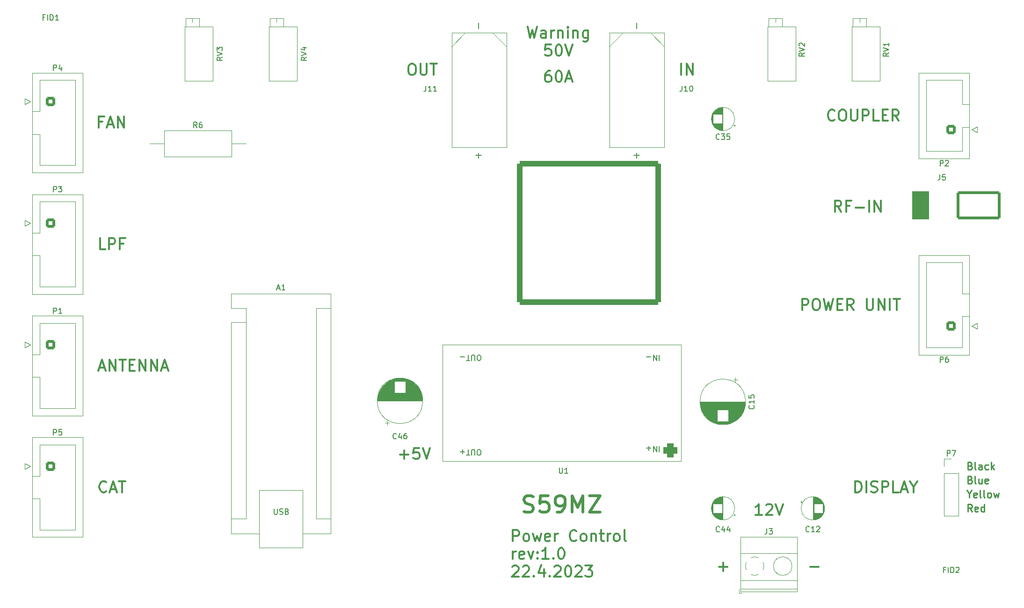
<source format=gto>
G04 #@! TF.GenerationSoftware,KiCad,Pcbnew,7.0.9-7.0.9~ubuntu20.04.1*
G04 #@! TF.CreationDate,2023-12-17T18:48:26+01:00*
G04 #@! TF.ProjectId,linear_controller,6c696e65-6172-45f6-936f-6e74726f6c6c,1.0*
G04 #@! TF.SameCoordinates,Original*
G04 #@! TF.FileFunction,Legend,Top*
G04 #@! TF.FilePolarity,Positive*
%FSLAX46Y46*%
G04 Gerber Fmt 4.6, Leading zero omitted, Abs format (unit mm)*
G04 Created by KiCad (PCBNEW 7.0.9-7.0.9~ubuntu20.04.1) date 2023-12-17 18:48:26*
%MOMM*%
%LPD*%
G01*
G04 APERTURE LIST*
G04 Aperture macros list*
%AMRoundRect*
0 Rectangle with rounded corners*
0 $1 Rounding radius*
0 $2 $3 $4 $5 $6 $7 $8 $9 X,Y pos of 4 corners*
0 Add a 4 corners polygon primitive as box body*
4,1,4,$2,$3,$4,$5,$6,$7,$8,$9,$2,$3,0*
0 Add four circle primitives for the rounded corners*
1,1,$1+$1,$2,$3*
1,1,$1+$1,$4,$5*
1,1,$1+$1,$6,$7*
1,1,$1+$1,$8,$9*
0 Add four rect primitives between the rounded corners*
20,1,$1+$1,$2,$3,$4,$5,0*
20,1,$1+$1,$4,$5,$6,$7,0*
20,1,$1+$1,$6,$7,$8,$9,0*
20,1,$1+$1,$8,$9,$2,$3,0*%
G04 Aperture macros list end*
%ADD10C,0.300000*%
%ADD11C,0.250000*%
%ADD12C,0.500000*%
%ADD13C,0.150000*%
%ADD14C,0.120000*%
%ADD15C,0.127000*%
%ADD16C,5.600000*%
%ADD17C,1.440000*%
%ADD18RoundRect,0.625000X0.625000X0.625000X-0.625000X0.625000X-0.625000X-0.625000X0.625000X-0.625000X0*%
%ADD19C,2.500000*%
%ADD20R,1.700000X1.700000*%
%ADD21O,1.700000X1.700000*%
%ADD22RoundRect,0.250000X0.600000X0.600000X-0.600000X0.600000X-0.600000X-0.600000X0.600000X-0.600000X0*%
%ADD23C,1.700000*%
%ADD24RoundRect,0.250000X-0.600000X-0.600000X0.600000X-0.600000X0.600000X0.600000X-0.600000X0.600000X0*%
%ADD25R,1.200000X1.200000*%
%ADD26C,1.200000*%
%ADD27C,8.000000*%
%ADD28R,8.000000X8.000000*%
%ADD29R,1.600000X1.600000*%
%ADD30C,1.600000*%
%ADD31O,1.600000X1.600000*%
%ADD32RoundRect,2.500000X-1.500000X0.000000X1.500000X0.000000X1.500000X0.000000X-1.500000X0.000000X0*%
%ADD33RoundRect,0.250000X-3.750000X-2.250000X3.750000X-2.250000X3.750000X2.250000X-3.750000X2.250000X0*%
%ADD34C,2.000000*%
%ADD35C,2.400000*%
%ADD36O,2.400000X2.400000*%
%ADD37R,2.600000X2.600000*%
%ADD38C,2.600000*%
%ADD39RoundRect,0.500000X-12.500000X-12.500000X12.500000X-12.500000X12.500000X12.500000X-12.500000X12.500000X0*%
G04 APERTURE END LIST*
D10*
X68833320Y-106338209D02*
X69785701Y-106338209D01*
X68642844Y-106909638D02*
X69309510Y-104909638D01*
X69309510Y-104909638D02*
X69976177Y-106909638D01*
X70642844Y-106909638D02*
X70642844Y-104909638D01*
X70642844Y-104909638D02*
X71785701Y-106909638D01*
X71785701Y-106909638D02*
X71785701Y-104909638D01*
X72452368Y-104909638D02*
X73595225Y-104909638D01*
X73023796Y-106909638D02*
X73023796Y-104909638D01*
X74261892Y-105862019D02*
X74928559Y-105862019D01*
X75214273Y-106909638D02*
X74261892Y-106909638D01*
X74261892Y-106909638D02*
X74261892Y-104909638D01*
X74261892Y-104909638D02*
X75214273Y-104909638D01*
X76071416Y-106909638D02*
X76071416Y-104909638D01*
X76071416Y-104909638D02*
X77214273Y-106909638D01*
X77214273Y-106909638D02*
X77214273Y-104909638D01*
X78166654Y-106909638D02*
X78166654Y-104909638D01*
X78166654Y-104909638D02*
X79309511Y-106909638D01*
X79309511Y-106909638D02*
X79309511Y-104909638D01*
X80166654Y-106338209D02*
X81119035Y-106338209D01*
X79976178Y-106909638D02*
X80642844Y-104909638D01*
X80642844Y-104909638D02*
X81309511Y-106909638D01*
D11*
X226261615Y-129239357D02*
X226261615Y-129858404D01*
X225828282Y-128558404D02*
X226261615Y-129239357D01*
X226261615Y-129239357D02*
X226694949Y-128558404D01*
X227623520Y-129796500D02*
X227499711Y-129858404D01*
X227499711Y-129858404D02*
X227252092Y-129858404D01*
X227252092Y-129858404D02*
X227128282Y-129796500D01*
X227128282Y-129796500D02*
X227066378Y-129672690D01*
X227066378Y-129672690D02*
X227066378Y-129177452D01*
X227066378Y-129177452D02*
X227128282Y-129053642D01*
X227128282Y-129053642D02*
X227252092Y-128991738D01*
X227252092Y-128991738D02*
X227499711Y-128991738D01*
X227499711Y-128991738D02*
X227623520Y-129053642D01*
X227623520Y-129053642D02*
X227685425Y-129177452D01*
X227685425Y-129177452D02*
X227685425Y-129301261D01*
X227685425Y-129301261D02*
X227066378Y-129425071D01*
X228428283Y-129858404D02*
X228304473Y-129796500D01*
X228304473Y-129796500D02*
X228242568Y-129672690D01*
X228242568Y-129672690D02*
X228242568Y-128558404D01*
X229109235Y-129858404D02*
X228985425Y-129796500D01*
X228985425Y-129796500D02*
X228923520Y-129672690D01*
X228923520Y-129672690D02*
X228923520Y-128558404D01*
X229790187Y-129858404D02*
X229666377Y-129796500D01*
X229666377Y-129796500D02*
X229604472Y-129734595D01*
X229604472Y-129734595D02*
X229542568Y-129610785D01*
X229542568Y-129610785D02*
X229542568Y-129239357D01*
X229542568Y-129239357D02*
X229604472Y-129115547D01*
X229604472Y-129115547D02*
X229666377Y-129053642D01*
X229666377Y-129053642D02*
X229790187Y-128991738D01*
X229790187Y-128991738D02*
X229975901Y-128991738D01*
X229975901Y-128991738D02*
X230099710Y-129053642D01*
X230099710Y-129053642D02*
X230161615Y-129115547D01*
X230161615Y-129115547D02*
X230223520Y-129239357D01*
X230223520Y-129239357D02*
X230223520Y-129610785D01*
X230223520Y-129610785D02*
X230161615Y-129734595D01*
X230161615Y-129734595D02*
X230099710Y-129796500D01*
X230099710Y-129796500D02*
X229975901Y-129858404D01*
X229975901Y-129858404D02*
X229790187Y-129858404D01*
X230656853Y-128991738D02*
X230904472Y-129858404D01*
X230904472Y-129858404D02*
X231152091Y-129239357D01*
X231152091Y-129239357D02*
X231399710Y-129858404D01*
X231399710Y-129858404D02*
X231647329Y-128991738D01*
D10*
X188736904Y-133024638D02*
X187594047Y-133024638D01*
X188165475Y-133024638D02*
X188165475Y-131024638D01*
X188165475Y-131024638D02*
X187974999Y-131310352D01*
X187974999Y-131310352D02*
X187784523Y-131500828D01*
X187784523Y-131500828D02*
X187594047Y-131596066D01*
X189498809Y-131215114D02*
X189594047Y-131119876D01*
X189594047Y-131119876D02*
X189784523Y-131024638D01*
X189784523Y-131024638D02*
X190260714Y-131024638D01*
X190260714Y-131024638D02*
X190451190Y-131119876D01*
X190451190Y-131119876D02*
X190546428Y-131215114D01*
X190546428Y-131215114D02*
X190641666Y-131405590D01*
X190641666Y-131405590D02*
X190641666Y-131596066D01*
X190641666Y-131596066D02*
X190546428Y-131881780D01*
X190546428Y-131881780D02*
X189403571Y-133024638D01*
X189403571Y-133024638D02*
X190641666Y-133024638D01*
X191213095Y-131024638D02*
X191879761Y-133024638D01*
X191879761Y-133024638D02*
X192546428Y-131024638D01*
X70071415Y-128719161D02*
X69976177Y-128814400D01*
X69976177Y-128814400D02*
X69690463Y-128909638D01*
X69690463Y-128909638D02*
X69499987Y-128909638D01*
X69499987Y-128909638D02*
X69214272Y-128814400D01*
X69214272Y-128814400D02*
X69023796Y-128623923D01*
X69023796Y-128623923D02*
X68928558Y-128433447D01*
X68928558Y-128433447D02*
X68833320Y-128052495D01*
X68833320Y-128052495D02*
X68833320Y-127766780D01*
X68833320Y-127766780D02*
X68928558Y-127385828D01*
X68928558Y-127385828D02*
X69023796Y-127195352D01*
X69023796Y-127195352D02*
X69214272Y-127004876D01*
X69214272Y-127004876D02*
X69499987Y-126909638D01*
X69499987Y-126909638D02*
X69690463Y-126909638D01*
X69690463Y-126909638D02*
X69976177Y-127004876D01*
X69976177Y-127004876D02*
X70071415Y-127100114D01*
X70833320Y-128338209D02*
X71785701Y-128338209D01*
X70642844Y-128909638D02*
X71309510Y-126909638D01*
X71309510Y-126909638D02*
X71976177Y-128909638D01*
X72357130Y-126909638D02*
X73499987Y-126909638D01*
X72928558Y-128909638D02*
X72928558Y-126909638D01*
X69400225Y-61822019D02*
X68733558Y-61822019D01*
X68733558Y-62869638D02*
X68733558Y-60869638D01*
X68733558Y-60869638D02*
X69685939Y-60869638D01*
X70352606Y-62298209D02*
X71304987Y-62298209D01*
X70162130Y-62869638D02*
X70828796Y-60869638D01*
X70828796Y-60869638D02*
X71495463Y-62869638D01*
X72162130Y-62869638D02*
X72162130Y-60869638D01*
X72162130Y-60869638D02*
X73304987Y-62869638D01*
X73304987Y-62869638D02*
X73304987Y-60869638D01*
X174143558Y-53344638D02*
X174143558Y-51344638D01*
X175095939Y-53344638D02*
X175095939Y-51344638D01*
X175095939Y-51344638D02*
X176238796Y-53344638D01*
X176238796Y-53344638D02*
X176238796Y-51344638D01*
X143663558Y-137754638D02*
X143663558Y-135754638D01*
X143663558Y-135754638D02*
X144425463Y-135754638D01*
X144425463Y-135754638D02*
X144615939Y-135849876D01*
X144615939Y-135849876D02*
X144711177Y-135945114D01*
X144711177Y-135945114D02*
X144806415Y-136135590D01*
X144806415Y-136135590D02*
X144806415Y-136421304D01*
X144806415Y-136421304D02*
X144711177Y-136611780D01*
X144711177Y-136611780D02*
X144615939Y-136707019D01*
X144615939Y-136707019D02*
X144425463Y-136802257D01*
X144425463Y-136802257D02*
X143663558Y-136802257D01*
X145949272Y-137754638D02*
X145758796Y-137659400D01*
X145758796Y-137659400D02*
X145663558Y-137564161D01*
X145663558Y-137564161D02*
X145568320Y-137373685D01*
X145568320Y-137373685D02*
X145568320Y-136802257D01*
X145568320Y-136802257D02*
X145663558Y-136611780D01*
X145663558Y-136611780D02*
X145758796Y-136516542D01*
X145758796Y-136516542D02*
X145949272Y-136421304D01*
X145949272Y-136421304D02*
X146234987Y-136421304D01*
X146234987Y-136421304D02*
X146425463Y-136516542D01*
X146425463Y-136516542D02*
X146520701Y-136611780D01*
X146520701Y-136611780D02*
X146615939Y-136802257D01*
X146615939Y-136802257D02*
X146615939Y-137373685D01*
X146615939Y-137373685D02*
X146520701Y-137564161D01*
X146520701Y-137564161D02*
X146425463Y-137659400D01*
X146425463Y-137659400D02*
X146234987Y-137754638D01*
X146234987Y-137754638D02*
X145949272Y-137754638D01*
X147282606Y-136421304D02*
X147663558Y-137754638D01*
X147663558Y-137754638D02*
X148044511Y-136802257D01*
X148044511Y-136802257D02*
X148425463Y-137754638D01*
X148425463Y-137754638D02*
X148806415Y-136421304D01*
X150330225Y-137659400D02*
X150139749Y-137754638D01*
X150139749Y-137754638D02*
X149758796Y-137754638D01*
X149758796Y-137754638D02*
X149568320Y-137659400D01*
X149568320Y-137659400D02*
X149473082Y-137468923D01*
X149473082Y-137468923D02*
X149473082Y-136707019D01*
X149473082Y-136707019D02*
X149568320Y-136516542D01*
X149568320Y-136516542D02*
X149758796Y-136421304D01*
X149758796Y-136421304D02*
X150139749Y-136421304D01*
X150139749Y-136421304D02*
X150330225Y-136516542D01*
X150330225Y-136516542D02*
X150425463Y-136707019D01*
X150425463Y-136707019D02*
X150425463Y-136897495D01*
X150425463Y-136897495D02*
X149473082Y-137087971D01*
X151282606Y-137754638D02*
X151282606Y-136421304D01*
X151282606Y-136802257D02*
X151377844Y-136611780D01*
X151377844Y-136611780D02*
X151473082Y-136516542D01*
X151473082Y-136516542D02*
X151663558Y-136421304D01*
X151663558Y-136421304D02*
X151854035Y-136421304D01*
X155187368Y-137564161D02*
X155092130Y-137659400D01*
X155092130Y-137659400D02*
X154806416Y-137754638D01*
X154806416Y-137754638D02*
X154615940Y-137754638D01*
X154615940Y-137754638D02*
X154330225Y-137659400D01*
X154330225Y-137659400D02*
X154139749Y-137468923D01*
X154139749Y-137468923D02*
X154044511Y-137278447D01*
X154044511Y-137278447D02*
X153949273Y-136897495D01*
X153949273Y-136897495D02*
X153949273Y-136611780D01*
X153949273Y-136611780D02*
X154044511Y-136230828D01*
X154044511Y-136230828D02*
X154139749Y-136040352D01*
X154139749Y-136040352D02*
X154330225Y-135849876D01*
X154330225Y-135849876D02*
X154615940Y-135754638D01*
X154615940Y-135754638D02*
X154806416Y-135754638D01*
X154806416Y-135754638D02*
X155092130Y-135849876D01*
X155092130Y-135849876D02*
X155187368Y-135945114D01*
X156330225Y-137754638D02*
X156139749Y-137659400D01*
X156139749Y-137659400D02*
X156044511Y-137564161D01*
X156044511Y-137564161D02*
X155949273Y-137373685D01*
X155949273Y-137373685D02*
X155949273Y-136802257D01*
X155949273Y-136802257D02*
X156044511Y-136611780D01*
X156044511Y-136611780D02*
X156139749Y-136516542D01*
X156139749Y-136516542D02*
X156330225Y-136421304D01*
X156330225Y-136421304D02*
X156615940Y-136421304D01*
X156615940Y-136421304D02*
X156806416Y-136516542D01*
X156806416Y-136516542D02*
X156901654Y-136611780D01*
X156901654Y-136611780D02*
X156996892Y-136802257D01*
X156996892Y-136802257D02*
X156996892Y-137373685D01*
X156996892Y-137373685D02*
X156901654Y-137564161D01*
X156901654Y-137564161D02*
X156806416Y-137659400D01*
X156806416Y-137659400D02*
X156615940Y-137754638D01*
X156615940Y-137754638D02*
X156330225Y-137754638D01*
X157854035Y-136421304D02*
X157854035Y-137754638D01*
X157854035Y-136611780D02*
X157949273Y-136516542D01*
X157949273Y-136516542D02*
X158139749Y-136421304D01*
X158139749Y-136421304D02*
X158425464Y-136421304D01*
X158425464Y-136421304D02*
X158615940Y-136516542D01*
X158615940Y-136516542D02*
X158711178Y-136707019D01*
X158711178Y-136707019D02*
X158711178Y-137754638D01*
X159377845Y-136421304D02*
X160139749Y-136421304D01*
X159663559Y-135754638D02*
X159663559Y-137468923D01*
X159663559Y-137468923D02*
X159758797Y-137659400D01*
X159758797Y-137659400D02*
X159949273Y-137754638D01*
X159949273Y-137754638D02*
X160139749Y-137754638D01*
X160806416Y-137754638D02*
X160806416Y-136421304D01*
X160806416Y-136802257D02*
X160901654Y-136611780D01*
X160901654Y-136611780D02*
X160996892Y-136516542D01*
X160996892Y-136516542D02*
X161187368Y-136421304D01*
X161187368Y-136421304D02*
X161377845Y-136421304D01*
X162330225Y-137754638D02*
X162139749Y-137659400D01*
X162139749Y-137659400D02*
X162044511Y-137564161D01*
X162044511Y-137564161D02*
X161949273Y-137373685D01*
X161949273Y-137373685D02*
X161949273Y-136802257D01*
X161949273Y-136802257D02*
X162044511Y-136611780D01*
X162044511Y-136611780D02*
X162139749Y-136516542D01*
X162139749Y-136516542D02*
X162330225Y-136421304D01*
X162330225Y-136421304D02*
X162615940Y-136421304D01*
X162615940Y-136421304D02*
X162806416Y-136516542D01*
X162806416Y-136516542D02*
X162901654Y-136611780D01*
X162901654Y-136611780D02*
X162996892Y-136802257D01*
X162996892Y-136802257D02*
X162996892Y-137373685D01*
X162996892Y-137373685D02*
X162901654Y-137564161D01*
X162901654Y-137564161D02*
X162806416Y-137659400D01*
X162806416Y-137659400D02*
X162615940Y-137754638D01*
X162615940Y-137754638D02*
X162330225Y-137754638D01*
X164139749Y-137754638D02*
X163949273Y-137659400D01*
X163949273Y-137659400D02*
X163854035Y-137468923D01*
X163854035Y-137468923D02*
X163854035Y-135754638D01*
X143663558Y-140974638D02*
X143663558Y-139641304D01*
X143663558Y-140022257D02*
X143758796Y-139831780D01*
X143758796Y-139831780D02*
X143854034Y-139736542D01*
X143854034Y-139736542D02*
X144044510Y-139641304D01*
X144044510Y-139641304D02*
X144234987Y-139641304D01*
X145663558Y-140879400D02*
X145473082Y-140974638D01*
X145473082Y-140974638D02*
X145092129Y-140974638D01*
X145092129Y-140974638D02*
X144901653Y-140879400D01*
X144901653Y-140879400D02*
X144806415Y-140688923D01*
X144806415Y-140688923D02*
X144806415Y-139927019D01*
X144806415Y-139927019D02*
X144901653Y-139736542D01*
X144901653Y-139736542D02*
X145092129Y-139641304D01*
X145092129Y-139641304D02*
X145473082Y-139641304D01*
X145473082Y-139641304D02*
X145663558Y-139736542D01*
X145663558Y-139736542D02*
X145758796Y-139927019D01*
X145758796Y-139927019D02*
X145758796Y-140117495D01*
X145758796Y-140117495D02*
X144806415Y-140307971D01*
X146425463Y-139641304D02*
X146901653Y-140974638D01*
X146901653Y-140974638D02*
X147377844Y-139641304D01*
X148139749Y-140784161D02*
X148234987Y-140879400D01*
X148234987Y-140879400D02*
X148139749Y-140974638D01*
X148139749Y-140974638D02*
X148044511Y-140879400D01*
X148044511Y-140879400D02*
X148139749Y-140784161D01*
X148139749Y-140784161D02*
X148139749Y-140974638D01*
X148139749Y-139736542D02*
X148234987Y-139831780D01*
X148234987Y-139831780D02*
X148139749Y-139927019D01*
X148139749Y-139927019D02*
X148044511Y-139831780D01*
X148044511Y-139831780D02*
X148139749Y-139736542D01*
X148139749Y-139736542D02*
X148139749Y-139927019D01*
X150139749Y-140974638D02*
X148996892Y-140974638D01*
X149568320Y-140974638D02*
X149568320Y-138974638D01*
X149568320Y-138974638D02*
X149377844Y-139260352D01*
X149377844Y-139260352D02*
X149187368Y-139450828D01*
X149187368Y-139450828D02*
X148996892Y-139546066D01*
X150996892Y-140784161D02*
X151092130Y-140879400D01*
X151092130Y-140879400D02*
X150996892Y-140974638D01*
X150996892Y-140974638D02*
X150901654Y-140879400D01*
X150901654Y-140879400D02*
X150996892Y-140784161D01*
X150996892Y-140784161D02*
X150996892Y-140974638D01*
X152330225Y-138974638D02*
X152520702Y-138974638D01*
X152520702Y-138974638D02*
X152711178Y-139069876D01*
X152711178Y-139069876D02*
X152806416Y-139165114D01*
X152806416Y-139165114D02*
X152901654Y-139355590D01*
X152901654Y-139355590D02*
X152996892Y-139736542D01*
X152996892Y-139736542D02*
X152996892Y-140212733D01*
X152996892Y-140212733D02*
X152901654Y-140593685D01*
X152901654Y-140593685D02*
X152806416Y-140784161D01*
X152806416Y-140784161D02*
X152711178Y-140879400D01*
X152711178Y-140879400D02*
X152520702Y-140974638D01*
X152520702Y-140974638D02*
X152330225Y-140974638D01*
X152330225Y-140974638D02*
X152139749Y-140879400D01*
X152139749Y-140879400D02*
X152044511Y-140784161D01*
X152044511Y-140784161D02*
X151949273Y-140593685D01*
X151949273Y-140593685D02*
X151854035Y-140212733D01*
X151854035Y-140212733D02*
X151854035Y-139736542D01*
X151854035Y-139736542D02*
X151949273Y-139355590D01*
X151949273Y-139355590D02*
X152044511Y-139165114D01*
X152044511Y-139165114D02*
X152139749Y-139069876D01*
X152139749Y-139069876D02*
X152330225Y-138974638D01*
X143568320Y-142385114D02*
X143663558Y-142289876D01*
X143663558Y-142289876D02*
X143854034Y-142194638D01*
X143854034Y-142194638D02*
X144330225Y-142194638D01*
X144330225Y-142194638D02*
X144520701Y-142289876D01*
X144520701Y-142289876D02*
X144615939Y-142385114D01*
X144615939Y-142385114D02*
X144711177Y-142575590D01*
X144711177Y-142575590D02*
X144711177Y-142766066D01*
X144711177Y-142766066D02*
X144615939Y-143051780D01*
X144615939Y-143051780D02*
X143473082Y-144194638D01*
X143473082Y-144194638D02*
X144711177Y-144194638D01*
X145473082Y-142385114D02*
X145568320Y-142289876D01*
X145568320Y-142289876D02*
X145758796Y-142194638D01*
X145758796Y-142194638D02*
X146234987Y-142194638D01*
X146234987Y-142194638D02*
X146425463Y-142289876D01*
X146425463Y-142289876D02*
X146520701Y-142385114D01*
X146520701Y-142385114D02*
X146615939Y-142575590D01*
X146615939Y-142575590D02*
X146615939Y-142766066D01*
X146615939Y-142766066D02*
X146520701Y-143051780D01*
X146520701Y-143051780D02*
X145377844Y-144194638D01*
X145377844Y-144194638D02*
X146615939Y-144194638D01*
X147473082Y-144004161D02*
X147568320Y-144099400D01*
X147568320Y-144099400D02*
X147473082Y-144194638D01*
X147473082Y-144194638D02*
X147377844Y-144099400D01*
X147377844Y-144099400D02*
X147473082Y-144004161D01*
X147473082Y-144004161D02*
X147473082Y-144194638D01*
X149282606Y-142861304D02*
X149282606Y-144194638D01*
X148806415Y-142099400D02*
X148330225Y-143527971D01*
X148330225Y-143527971D02*
X149568320Y-143527971D01*
X150330225Y-144004161D02*
X150425463Y-144099400D01*
X150425463Y-144099400D02*
X150330225Y-144194638D01*
X150330225Y-144194638D02*
X150234987Y-144099400D01*
X150234987Y-144099400D02*
X150330225Y-144004161D01*
X150330225Y-144004161D02*
X150330225Y-144194638D01*
X151187368Y-142385114D02*
X151282606Y-142289876D01*
X151282606Y-142289876D02*
X151473082Y-142194638D01*
X151473082Y-142194638D02*
X151949273Y-142194638D01*
X151949273Y-142194638D02*
X152139749Y-142289876D01*
X152139749Y-142289876D02*
X152234987Y-142385114D01*
X152234987Y-142385114D02*
X152330225Y-142575590D01*
X152330225Y-142575590D02*
X152330225Y-142766066D01*
X152330225Y-142766066D02*
X152234987Y-143051780D01*
X152234987Y-143051780D02*
X151092130Y-144194638D01*
X151092130Y-144194638D02*
X152330225Y-144194638D01*
X153568320Y-142194638D02*
X153758797Y-142194638D01*
X153758797Y-142194638D02*
X153949273Y-142289876D01*
X153949273Y-142289876D02*
X154044511Y-142385114D01*
X154044511Y-142385114D02*
X154139749Y-142575590D01*
X154139749Y-142575590D02*
X154234987Y-142956542D01*
X154234987Y-142956542D02*
X154234987Y-143432733D01*
X154234987Y-143432733D02*
X154139749Y-143813685D01*
X154139749Y-143813685D02*
X154044511Y-144004161D01*
X154044511Y-144004161D02*
X153949273Y-144099400D01*
X153949273Y-144099400D02*
X153758797Y-144194638D01*
X153758797Y-144194638D02*
X153568320Y-144194638D01*
X153568320Y-144194638D02*
X153377844Y-144099400D01*
X153377844Y-144099400D02*
X153282606Y-144004161D01*
X153282606Y-144004161D02*
X153187368Y-143813685D01*
X153187368Y-143813685D02*
X153092130Y-143432733D01*
X153092130Y-143432733D02*
X153092130Y-142956542D01*
X153092130Y-142956542D02*
X153187368Y-142575590D01*
X153187368Y-142575590D02*
X153282606Y-142385114D01*
X153282606Y-142385114D02*
X153377844Y-142289876D01*
X153377844Y-142289876D02*
X153568320Y-142194638D01*
X154996892Y-142385114D02*
X155092130Y-142289876D01*
X155092130Y-142289876D02*
X155282606Y-142194638D01*
X155282606Y-142194638D02*
X155758797Y-142194638D01*
X155758797Y-142194638D02*
X155949273Y-142289876D01*
X155949273Y-142289876D02*
X156044511Y-142385114D01*
X156044511Y-142385114D02*
X156139749Y-142575590D01*
X156139749Y-142575590D02*
X156139749Y-142766066D01*
X156139749Y-142766066D02*
X156044511Y-143051780D01*
X156044511Y-143051780D02*
X154901654Y-144194638D01*
X154901654Y-144194638D02*
X156139749Y-144194638D01*
X156806416Y-142194638D02*
X158044511Y-142194638D01*
X158044511Y-142194638D02*
X157377844Y-142956542D01*
X157377844Y-142956542D02*
X157663559Y-142956542D01*
X157663559Y-142956542D02*
X157854035Y-143051780D01*
X157854035Y-143051780D02*
X157949273Y-143147019D01*
X157949273Y-143147019D02*
X158044511Y-143337495D01*
X158044511Y-143337495D02*
X158044511Y-143813685D01*
X158044511Y-143813685D02*
X157949273Y-144004161D01*
X157949273Y-144004161D02*
X157854035Y-144099400D01*
X157854035Y-144099400D02*
X157663559Y-144194638D01*
X157663559Y-144194638D02*
X157092130Y-144194638D01*
X157092130Y-144194638D02*
X156901654Y-144099400D01*
X156901654Y-144099400D02*
X156806416Y-144004161D01*
X201912631Y-61449161D02*
X201817393Y-61544400D01*
X201817393Y-61544400D02*
X201531679Y-61639638D01*
X201531679Y-61639638D02*
X201341203Y-61639638D01*
X201341203Y-61639638D02*
X201055488Y-61544400D01*
X201055488Y-61544400D02*
X200865012Y-61353923D01*
X200865012Y-61353923D02*
X200769774Y-61163447D01*
X200769774Y-61163447D02*
X200674536Y-60782495D01*
X200674536Y-60782495D02*
X200674536Y-60496780D01*
X200674536Y-60496780D02*
X200769774Y-60115828D01*
X200769774Y-60115828D02*
X200865012Y-59925352D01*
X200865012Y-59925352D02*
X201055488Y-59734876D01*
X201055488Y-59734876D02*
X201341203Y-59639638D01*
X201341203Y-59639638D02*
X201531679Y-59639638D01*
X201531679Y-59639638D02*
X201817393Y-59734876D01*
X201817393Y-59734876D02*
X201912631Y-59830114D01*
X203150726Y-59639638D02*
X203531679Y-59639638D01*
X203531679Y-59639638D02*
X203722155Y-59734876D01*
X203722155Y-59734876D02*
X203912631Y-59925352D01*
X203912631Y-59925352D02*
X204007869Y-60306304D01*
X204007869Y-60306304D02*
X204007869Y-60972971D01*
X204007869Y-60972971D02*
X203912631Y-61353923D01*
X203912631Y-61353923D02*
X203722155Y-61544400D01*
X203722155Y-61544400D02*
X203531679Y-61639638D01*
X203531679Y-61639638D02*
X203150726Y-61639638D01*
X203150726Y-61639638D02*
X202960250Y-61544400D01*
X202960250Y-61544400D02*
X202769774Y-61353923D01*
X202769774Y-61353923D02*
X202674536Y-60972971D01*
X202674536Y-60972971D02*
X202674536Y-60306304D01*
X202674536Y-60306304D02*
X202769774Y-59925352D01*
X202769774Y-59925352D02*
X202960250Y-59734876D01*
X202960250Y-59734876D02*
X203150726Y-59639638D01*
X204865012Y-59639638D02*
X204865012Y-61258685D01*
X204865012Y-61258685D02*
X204960250Y-61449161D01*
X204960250Y-61449161D02*
X205055488Y-61544400D01*
X205055488Y-61544400D02*
X205245964Y-61639638D01*
X205245964Y-61639638D02*
X205626917Y-61639638D01*
X205626917Y-61639638D02*
X205817393Y-61544400D01*
X205817393Y-61544400D02*
X205912631Y-61449161D01*
X205912631Y-61449161D02*
X206007869Y-61258685D01*
X206007869Y-61258685D02*
X206007869Y-59639638D01*
X206960250Y-61639638D02*
X206960250Y-59639638D01*
X206960250Y-59639638D02*
X207722155Y-59639638D01*
X207722155Y-59639638D02*
X207912631Y-59734876D01*
X207912631Y-59734876D02*
X208007869Y-59830114D01*
X208007869Y-59830114D02*
X208103107Y-60020590D01*
X208103107Y-60020590D02*
X208103107Y-60306304D01*
X208103107Y-60306304D02*
X208007869Y-60496780D01*
X208007869Y-60496780D02*
X207912631Y-60592019D01*
X207912631Y-60592019D02*
X207722155Y-60687257D01*
X207722155Y-60687257D02*
X206960250Y-60687257D01*
X209912631Y-61639638D02*
X208960250Y-61639638D01*
X208960250Y-61639638D02*
X208960250Y-59639638D01*
X210579298Y-60592019D02*
X211245965Y-60592019D01*
X211531679Y-61639638D02*
X210579298Y-61639638D01*
X210579298Y-61639638D02*
X210579298Y-59639638D01*
X210579298Y-59639638D02*
X211531679Y-59639638D01*
X213531679Y-61639638D02*
X212865012Y-60687257D01*
X212388822Y-61639638D02*
X212388822Y-59639638D01*
X212388822Y-59639638D02*
X213150727Y-59639638D01*
X213150727Y-59639638D02*
X213341203Y-59734876D01*
X213341203Y-59734876D02*
X213436441Y-59830114D01*
X213436441Y-59830114D02*
X213531679Y-60020590D01*
X213531679Y-60020590D02*
X213531679Y-60306304D01*
X213531679Y-60306304D02*
X213436441Y-60496780D01*
X213436441Y-60496780D02*
X213341203Y-60592019D01*
X213341203Y-60592019D02*
X213150727Y-60687257D01*
X213150727Y-60687257D02*
X212388822Y-60687257D01*
D12*
X145657857Y-132394000D02*
X146086429Y-132536857D01*
X146086429Y-132536857D02*
X146800714Y-132536857D01*
X146800714Y-132536857D02*
X147086429Y-132394000D01*
X147086429Y-132394000D02*
X147229286Y-132251142D01*
X147229286Y-132251142D02*
X147372143Y-131965428D01*
X147372143Y-131965428D02*
X147372143Y-131679714D01*
X147372143Y-131679714D02*
X147229286Y-131394000D01*
X147229286Y-131394000D02*
X147086429Y-131251142D01*
X147086429Y-131251142D02*
X146800714Y-131108285D01*
X146800714Y-131108285D02*
X146229286Y-130965428D01*
X146229286Y-130965428D02*
X145943571Y-130822571D01*
X145943571Y-130822571D02*
X145800714Y-130679714D01*
X145800714Y-130679714D02*
X145657857Y-130394000D01*
X145657857Y-130394000D02*
X145657857Y-130108285D01*
X145657857Y-130108285D02*
X145800714Y-129822571D01*
X145800714Y-129822571D02*
X145943571Y-129679714D01*
X145943571Y-129679714D02*
X146229286Y-129536857D01*
X146229286Y-129536857D02*
X146943571Y-129536857D01*
X146943571Y-129536857D02*
X147372143Y-129679714D01*
X150086429Y-129536857D02*
X148657857Y-129536857D01*
X148657857Y-129536857D02*
X148515000Y-130965428D01*
X148515000Y-130965428D02*
X148657857Y-130822571D01*
X148657857Y-130822571D02*
X148943572Y-130679714D01*
X148943572Y-130679714D02*
X149657857Y-130679714D01*
X149657857Y-130679714D02*
X149943572Y-130822571D01*
X149943572Y-130822571D02*
X150086429Y-130965428D01*
X150086429Y-130965428D02*
X150229286Y-131251142D01*
X150229286Y-131251142D02*
X150229286Y-131965428D01*
X150229286Y-131965428D02*
X150086429Y-132251142D01*
X150086429Y-132251142D02*
X149943572Y-132394000D01*
X149943572Y-132394000D02*
X149657857Y-132536857D01*
X149657857Y-132536857D02*
X148943572Y-132536857D01*
X148943572Y-132536857D02*
X148657857Y-132394000D01*
X148657857Y-132394000D02*
X148515000Y-132251142D01*
X151657857Y-132536857D02*
X152229286Y-132536857D01*
X152229286Y-132536857D02*
X152515000Y-132394000D01*
X152515000Y-132394000D02*
X152657857Y-132251142D01*
X152657857Y-132251142D02*
X152943572Y-131822571D01*
X152943572Y-131822571D02*
X153086429Y-131251142D01*
X153086429Y-131251142D02*
X153086429Y-130108285D01*
X153086429Y-130108285D02*
X152943572Y-129822571D01*
X152943572Y-129822571D02*
X152800715Y-129679714D01*
X152800715Y-129679714D02*
X152515000Y-129536857D01*
X152515000Y-129536857D02*
X151943572Y-129536857D01*
X151943572Y-129536857D02*
X151657857Y-129679714D01*
X151657857Y-129679714D02*
X151515000Y-129822571D01*
X151515000Y-129822571D02*
X151372143Y-130108285D01*
X151372143Y-130108285D02*
X151372143Y-130822571D01*
X151372143Y-130822571D02*
X151515000Y-131108285D01*
X151515000Y-131108285D02*
X151657857Y-131251142D01*
X151657857Y-131251142D02*
X151943572Y-131394000D01*
X151943572Y-131394000D02*
X152515000Y-131394000D01*
X152515000Y-131394000D02*
X152800715Y-131251142D01*
X152800715Y-131251142D02*
X152943572Y-131108285D01*
X152943572Y-131108285D02*
X153086429Y-130822571D01*
X154372143Y-132536857D02*
X154372143Y-129536857D01*
X154372143Y-129536857D02*
X155372143Y-131679714D01*
X155372143Y-131679714D02*
X156372143Y-129536857D01*
X156372143Y-129536857D02*
X156372143Y-132536857D01*
X157515000Y-129536857D02*
X159515000Y-129536857D01*
X159515000Y-129536857D02*
X157515000Y-132536857D01*
X157515000Y-132536857D02*
X159515000Y-132536857D01*
D11*
X226447330Y-124097452D02*
X226633044Y-124159357D01*
X226633044Y-124159357D02*
X226694949Y-124221261D01*
X226694949Y-124221261D02*
X226756853Y-124345071D01*
X226756853Y-124345071D02*
X226756853Y-124530785D01*
X226756853Y-124530785D02*
X226694949Y-124654595D01*
X226694949Y-124654595D02*
X226633044Y-124716500D01*
X226633044Y-124716500D02*
X226509234Y-124778404D01*
X226509234Y-124778404D02*
X226013996Y-124778404D01*
X226013996Y-124778404D02*
X226013996Y-123478404D01*
X226013996Y-123478404D02*
X226447330Y-123478404D01*
X226447330Y-123478404D02*
X226571139Y-123540309D01*
X226571139Y-123540309D02*
X226633044Y-123602214D01*
X226633044Y-123602214D02*
X226694949Y-123726023D01*
X226694949Y-123726023D02*
X226694949Y-123849833D01*
X226694949Y-123849833D02*
X226633044Y-123973642D01*
X226633044Y-123973642D02*
X226571139Y-124035547D01*
X226571139Y-124035547D02*
X226447330Y-124097452D01*
X226447330Y-124097452D02*
X226013996Y-124097452D01*
X227499711Y-124778404D02*
X227375901Y-124716500D01*
X227375901Y-124716500D02*
X227313996Y-124592690D01*
X227313996Y-124592690D02*
X227313996Y-123478404D01*
X228552091Y-124778404D02*
X228552091Y-124097452D01*
X228552091Y-124097452D02*
X228490186Y-123973642D01*
X228490186Y-123973642D02*
X228366377Y-123911738D01*
X228366377Y-123911738D02*
X228118758Y-123911738D01*
X228118758Y-123911738D02*
X227994948Y-123973642D01*
X228552091Y-124716500D02*
X228428282Y-124778404D01*
X228428282Y-124778404D02*
X228118758Y-124778404D01*
X228118758Y-124778404D02*
X227994948Y-124716500D01*
X227994948Y-124716500D02*
X227933044Y-124592690D01*
X227933044Y-124592690D02*
X227933044Y-124468880D01*
X227933044Y-124468880D02*
X227994948Y-124345071D01*
X227994948Y-124345071D02*
X228118758Y-124283166D01*
X228118758Y-124283166D02*
X228428282Y-124283166D01*
X228428282Y-124283166D02*
X228552091Y-124221261D01*
X229728281Y-124716500D02*
X229604472Y-124778404D01*
X229604472Y-124778404D02*
X229356853Y-124778404D01*
X229356853Y-124778404D02*
X229233043Y-124716500D01*
X229233043Y-124716500D02*
X229171138Y-124654595D01*
X229171138Y-124654595D02*
X229109234Y-124530785D01*
X229109234Y-124530785D02*
X229109234Y-124159357D01*
X229109234Y-124159357D02*
X229171138Y-124035547D01*
X229171138Y-124035547D02*
X229233043Y-123973642D01*
X229233043Y-123973642D02*
X229356853Y-123911738D01*
X229356853Y-123911738D02*
X229604472Y-123911738D01*
X229604472Y-123911738D02*
X229728281Y-123973642D01*
X230285424Y-124778404D02*
X230285424Y-123478404D01*
X230409234Y-124283166D02*
X230780662Y-124778404D01*
X230780662Y-123911738D02*
X230285424Y-124406976D01*
D10*
X196007869Y-95909638D02*
X196007869Y-93909638D01*
X196007869Y-93909638D02*
X196769774Y-93909638D01*
X196769774Y-93909638D02*
X196960250Y-94004876D01*
X196960250Y-94004876D02*
X197055488Y-94100114D01*
X197055488Y-94100114D02*
X197150726Y-94290590D01*
X197150726Y-94290590D02*
X197150726Y-94576304D01*
X197150726Y-94576304D02*
X197055488Y-94766780D01*
X197055488Y-94766780D02*
X196960250Y-94862019D01*
X196960250Y-94862019D02*
X196769774Y-94957257D01*
X196769774Y-94957257D02*
X196007869Y-94957257D01*
X198388821Y-93909638D02*
X198769774Y-93909638D01*
X198769774Y-93909638D02*
X198960250Y-94004876D01*
X198960250Y-94004876D02*
X199150726Y-94195352D01*
X199150726Y-94195352D02*
X199245964Y-94576304D01*
X199245964Y-94576304D02*
X199245964Y-95242971D01*
X199245964Y-95242971D02*
X199150726Y-95623923D01*
X199150726Y-95623923D02*
X198960250Y-95814400D01*
X198960250Y-95814400D02*
X198769774Y-95909638D01*
X198769774Y-95909638D02*
X198388821Y-95909638D01*
X198388821Y-95909638D02*
X198198345Y-95814400D01*
X198198345Y-95814400D02*
X198007869Y-95623923D01*
X198007869Y-95623923D02*
X197912631Y-95242971D01*
X197912631Y-95242971D02*
X197912631Y-94576304D01*
X197912631Y-94576304D02*
X198007869Y-94195352D01*
X198007869Y-94195352D02*
X198198345Y-94004876D01*
X198198345Y-94004876D02*
X198388821Y-93909638D01*
X199912631Y-93909638D02*
X200388821Y-95909638D01*
X200388821Y-95909638D02*
X200769774Y-94481066D01*
X200769774Y-94481066D02*
X201150726Y-95909638D01*
X201150726Y-95909638D02*
X201626917Y-93909638D01*
X202388821Y-94862019D02*
X203055488Y-94862019D01*
X203341202Y-95909638D02*
X202388821Y-95909638D01*
X202388821Y-95909638D02*
X202388821Y-93909638D01*
X202388821Y-93909638D02*
X203341202Y-93909638D01*
X205341202Y-95909638D02*
X204674535Y-94957257D01*
X204198345Y-95909638D02*
X204198345Y-93909638D01*
X204198345Y-93909638D02*
X204960250Y-93909638D01*
X204960250Y-93909638D02*
X205150726Y-94004876D01*
X205150726Y-94004876D02*
X205245964Y-94100114D01*
X205245964Y-94100114D02*
X205341202Y-94290590D01*
X205341202Y-94290590D02*
X205341202Y-94576304D01*
X205341202Y-94576304D02*
X205245964Y-94766780D01*
X205245964Y-94766780D02*
X205150726Y-94862019D01*
X205150726Y-94862019D02*
X204960250Y-94957257D01*
X204960250Y-94957257D02*
X204198345Y-94957257D01*
X207722155Y-93909638D02*
X207722155Y-95528685D01*
X207722155Y-95528685D02*
X207817393Y-95719161D01*
X207817393Y-95719161D02*
X207912631Y-95814400D01*
X207912631Y-95814400D02*
X208103107Y-95909638D01*
X208103107Y-95909638D02*
X208484060Y-95909638D01*
X208484060Y-95909638D02*
X208674536Y-95814400D01*
X208674536Y-95814400D02*
X208769774Y-95719161D01*
X208769774Y-95719161D02*
X208865012Y-95528685D01*
X208865012Y-95528685D02*
X208865012Y-93909638D01*
X209817393Y-95909638D02*
X209817393Y-93909638D01*
X209817393Y-93909638D02*
X210960250Y-95909638D01*
X210960250Y-95909638D02*
X210960250Y-93909638D01*
X211912631Y-95909638D02*
X211912631Y-93909638D01*
X212579298Y-93909638D02*
X213722155Y-93909638D01*
X213150726Y-95909638D02*
X213150726Y-93909638D01*
X125235488Y-51344638D02*
X125616441Y-51344638D01*
X125616441Y-51344638D02*
X125806917Y-51439876D01*
X125806917Y-51439876D02*
X125997393Y-51630352D01*
X125997393Y-51630352D02*
X126092631Y-52011304D01*
X126092631Y-52011304D02*
X126092631Y-52677971D01*
X126092631Y-52677971D02*
X125997393Y-53058923D01*
X125997393Y-53058923D02*
X125806917Y-53249400D01*
X125806917Y-53249400D02*
X125616441Y-53344638D01*
X125616441Y-53344638D02*
X125235488Y-53344638D01*
X125235488Y-53344638D02*
X125045012Y-53249400D01*
X125045012Y-53249400D02*
X124854536Y-53058923D01*
X124854536Y-53058923D02*
X124759298Y-52677971D01*
X124759298Y-52677971D02*
X124759298Y-52011304D01*
X124759298Y-52011304D02*
X124854536Y-51630352D01*
X124854536Y-51630352D02*
X125045012Y-51439876D01*
X125045012Y-51439876D02*
X125235488Y-51344638D01*
X126949774Y-51344638D02*
X126949774Y-52963685D01*
X126949774Y-52963685D02*
X127045012Y-53154161D01*
X127045012Y-53154161D02*
X127140250Y-53249400D01*
X127140250Y-53249400D02*
X127330726Y-53344638D01*
X127330726Y-53344638D02*
X127711679Y-53344638D01*
X127711679Y-53344638D02*
X127902155Y-53249400D01*
X127902155Y-53249400D02*
X127997393Y-53154161D01*
X127997393Y-53154161D02*
X128092631Y-52963685D01*
X128092631Y-52963685D02*
X128092631Y-51344638D01*
X128759298Y-51344638D02*
X129902155Y-51344638D01*
X129330726Y-53344638D02*
X129330726Y-51344638D01*
X203118584Y-78109638D02*
X202451917Y-77157257D01*
X201975727Y-78109638D02*
X201975727Y-76109638D01*
X201975727Y-76109638D02*
X202737632Y-76109638D01*
X202737632Y-76109638D02*
X202928108Y-76204876D01*
X202928108Y-76204876D02*
X203023346Y-76300114D01*
X203023346Y-76300114D02*
X203118584Y-76490590D01*
X203118584Y-76490590D02*
X203118584Y-76776304D01*
X203118584Y-76776304D02*
X203023346Y-76966780D01*
X203023346Y-76966780D02*
X202928108Y-77062019D01*
X202928108Y-77062019D02*
X202737632Y-77157257D01*
X202737632Y-77157257D02*
X201975727Y-77157257D01*
X204642394Y-77062019D02*
X203975727Y-77062019D01*
X203975727Y-78109638D02*
X203975727Y-76109638D01*
X203975727Y-76109638D02*
X204928108Y-76109638D01*
X205690013Y-77347733D02*
X207213823Y-77347733D01*
X208166203Y-78109638D02*
X208166203Y-76109638D01*
X209118584Y-78109638D02*
X209118584Y-76109638D01*
X209118584Y-76109638D02*
X210261441Y-78109638D01*
X210261441Y-78109638D02*
X210261441Y-76109638D01*
X205659059Y-128909638D02*
X205659059Y-126909638D01*
X205659059Y-126909638D02*
X206135249Y-126909638D01*
X206135249Y-126909638D02*
X206420964Y-127004876D01*
X206420964Y-127004876D02*
X206611440Y-127195352D01*
X206611440Y-127195352D02*
X206706678Y-127385828D01*
X206706678Y-127385828D02*
X206801916Y-127766780D01*
X206801916Y-127766780D02*
X206801916Y-128052495D01*
X206801916Y-128052495D02*
X206706678Y-128433447D01*
X206706678Y-128433447D02*
X206611440Y-128623923D01*
X206611440Y-128623923D02*
X206420964Y-128814400D01*
X206420964Y-128814400D02*
X206135249Y-128909638D01*
X206135249Y-128909638D02*
X205659059Y-128909638D01*
X207659059Y-128909638D02*
X207659059Y-126909638D01*
X208516202Y-128814400D02*
X208801916Y-128909638D01*
X208801916Y-128909638D02*
X209278107Y-128909638D01*
X209278107Y-128909638D02*
X209468583Y-128814400D01*
X209468583Y-128814400D02*
X209563821Y-128719161D01*
X209563821Y-128719161D02*
X209659059Y-128528685D01*
X209659059Y-128528685D02*
X209659059Y-128338209D01*
X209659059Y-128338209D02*
X209563821Y-128147733D01*
X209563821Y-128147733D02*
X209468583Y-128052495D01*
X209468583Y-128052495D02*
X209278107Y-127957257D01*
X209278107Y-127957257D02*
X208897154Y-127862019D01*
X208897154Y-127862019D02*
X208706678Y-127766780D01*
X208706678Y-127766780D02*
X208611440Y-127671542D01*
X208611440Y-127671542D02*
X208516202Y-127481066D01*
X208516202Y-127481066D02*
X208516202Y-127290590D01*
X208516202Y-127290590D02*
X208611440Y-127100114D01*
X208611440Y-127100114D02*
X208706678Y-127004876D01*
X208706678Y-127004876D02*
X208897154Y-126909638D01*
X208897154Y-126909638D02*
X209373345Y-126909638D01*
X209373345Y-126909638D02*
X209659059Y-127004876D01*
X210516202Y-128909638D02*
X210516202Y-126909638D01*
X210516202Y-126909638D02*
X211278107Y-126909638D01*
X211278107Y-126909638D02*
X211468583Y-127004876D01*
X211468583Y-127004876D02*
X211563821Y-127100114D01*
X211563821Y-127100114D02*
X211659059Y-127290590D01*
X211659059Y-127290590D02*
X211659059Y-127576304D01*
X211659059Y-127576304D02*
X211563821Y-127766780D01*
X211563821Y-127766780D02*
X211468583Y-127862019D01*
X211468583Y-127862019D02*
X211278107Y-127957257D01*
X211278107Y-127957257D02*
X210516202Y-127957257D01*
X213468583Y-128909638D02*
X212516202Y-128909638D01*
X212516202Y-128909638D02*
X212516202Y-126909638D01*
X214040012Y-128338209D02*
X214992393Y-128338209D01*
X213849536Y-128909638D02*
X214516202Y-126909638D01*
X214516202Y-126909638D02*
X215182869Y-128909638D01*
X216230488Y-127957257D02*
X216230488Y-128909638D01*
X215563822Y-126909638D02*
X216230488Y-127957257D01*
X216230488Y-127957257D02*
X216897155Y-126909638D01*
X69880939Y-84909638D02*
X68928558Y-84909638D01*
X68928558Y-84909638D02*
X68928558Y-82909638D01*
X70547606Y-84909638D02*
X70547606Y-82909638D01*
X70547606Y-82909638D02*
X71309511Y-82909638D01*
X71309511Y-82909638D02*
X71499987Y-83004876D01*
X71499987Y-83004876D02*
X71595225Y-83100114D01*
X71595225Y-83100114D02*
X71690463Y-83290590D01*
X71690463Y-83290590D02*
X71690463Y-83576304D01*
X71690463Y-83576304D02*
X71595225Y-83766780D01*
X71595225Y-83766780D02*
X71499987Y-83862019D01*
X71499987Y-83862019D02*
X71309511Y-83957257D01*
X71309511Y-83957257D02*
X70547606Y-83957257D01*
X73214273Y-83862019D02*
X72547606Y-83862019D01*
X72547606Y-84909638D02*
X72547606Y-82909638D01*
X72547606Y-82909638D02*
X73499987Y-82909638D01*
X146308571Y-44654638D02*
X146784761Y-46654638D01*
X146784761Y-46654638D02*
X147165714Y-45226066D01*
X147165714Y-45226066D02*
X147546666Y-46654638D01*
X147546666Y-46654638D02*
X148022857Y-44654638D01*
X149641904Y-46654638D02*
X149641904Y-45607019D01*
X149641904Y-45607019D02*
X149546666Y-45416542D01*
X149546666Y-45416542D02*
X149356190Y-45321304D01*
X149356190Y-45321304D02*
X148975237Y-45321304D01*
X148975237Y-45321304D02*
X148784761Y-45416542D01*
X149641904Y-46559400D02*
X149451428Y-46654638D01*
X149451428Y-46654638D02*
X148975237Y-46654638D01*
X148975237Y-46654638D02*
X148784761Y-46559400D01*
X148784761Y-46559400D02*
X148689523Y-46368923D01*
X148689523Y-46368923D02*
X148689523Y-46178447D01*
X148689523Y-46178447D02*
X148784761Y-45987971D01*
X148784761Y-45987971D02*
X148975237Y-45892733D01*
X148975237Y-45892733D02*
X149451428Y-45892733D01*
X149451428Y-45892733D02*
X149641904Y-45797495D01*
X150594285Y-46654638D02*
X150594285Y-45321304D01*
X150594285Y-45702257D02*
X150689523Y-45511780D01*
X150689523Y-45511780D02*
X150784761Y-45416542D01*
X150784761Y-45416542D02*
X150975237Y-45321304D01*
X150975237Y-45321304D02*
X151165714Y-45321304D01*
X151832380Y-45321304D02*
X151832380Y-46654638D01*
X151832380Y-45511780D02*
X151927618Y-45416542D01*
X151927618Y-45416542D02*
X152118094Y-45321304D01*
X152118094Y-45321304D02*
X152403809Y-45321304D01*
X152403809Y-45321304D02*
X152594285Y-45416542D01*
X152594285Y-45416542D02*
X152689523Y-45607019D01*
X152689523Y-45607019D02*
X152689523Y-46654638D01*
X153641904Y-46654638D02*
X153641904Y-45321304D01*
X153641904Y-44654638D02*
X153546666Y-44749876D01*
X153546666Y-44749876D02*
X153641904Y-44845114D01*
X153641904Y-44845114D02*
X153737142Y-44749876D01*
X153737142Y-44749876D02*
X153641904Y-44654638D01*
X153641904Y-44654638D02*
X153641904Y-44845114D01*
X154594285Y-45321304D02*
X154594285Y-46654638D01*
X154594285Y-45511780D02*
X154689523Y-45416542D01*
X154689523Y-45416542D02*
X154879999Y-45321304D01*
X154879999Y-45321304D02*
X155165714Y-45321304D01*
X155165714Y-45321304D02*
X155356190Y-45416542D01*
X155356190Y-45416542D02*
X155451428Y-45607019D01*
X155451428Y-45607019D02*
X155451428Y-46654638D01*
X157260952Y-45321304D02*
X157260952Y-46940352D01*
X157260952Y-46940352D02*
X157165714Y-47130828D01*
X157165714Y-47130828D02*
X157070476Y-47226066D01*
X157070476Y-47226066D02*
X156879999Y-47321304D01*
X156879999Y-47321304D02*
X156594285Y-47321304D01*
X156594285Y-47321304D02*
X156403809Y-47226066D01*
X157260952Y-46559400D02*
X157070476Y-46654638D01*
X157070476Y-46654638D02*
X156689523Y-46654638D01*
X156689523Y-46654638D02*
X156499047Y-46559400D01*
X156499047Y-46559400D02*
X156403809Y-46464161D01*
X156403809Y-46464161D02*
X156308571Y-46273685D01*
X156308571Y-46273685D02*
X156308571Y-45702257D01*
X156308571Y-45702257D02*
X156403809Y-45511780D01*
X156403809Y-45511780D02*
X156499047Y-45416542D01*
X156499047Y-45416542D02*
X156689523Y-45321304D01*
X156689523Y-45321304D02*
X157070476Y-45321304D01*
X157070476Y-45321304D02*
X157260952Y-45416542D01*
X150546666Y-47874638D02*
X149594285Y-47874638D01*
X149594285Y-47874638D02*
X149499047Y-48827019D01*
X149499047Y-48827019D02*
X149594285Y-48731780D01*
X149594285Y-48731780D02*
X149784761Y-48636542D01*
X149784761Y-48636542D02*
X150260952Y-48636542D01*
X150260952Y-48636542D02*
X150451428Y-48731780D01*
X150451428Y-48731780D02*
X150546666Y-48827019D01*
X150546666Y-48827019D02*
X150641904Y-49017495D01*
X150641904Y-49017495D02*
X150641904Y-49493685D01*
X150641904Y-49493685D02*
X150546666Y-49684161D01*
X150546666Y-49684161D02*
X150451428Y-49779400D01*
X150451428Y-49779400D02*
X150260952Y-49874638D01*
X150260952Y-49874638D02*
X149784761Y-49874638D01*
X149784761Y-49874638D02*
X149594285Y-49779400D01*
X149594285Y-49779400D02*
X149499047Y-49684161D01*
X151879999Y-47874638D02*
X152070476Y-47874638D01*
X152070476Y-47874638D02*
X152260952Y-47969876D01*
X152260952Y-47969876D02*
X152356190Y-48065114D01*
X152356190Y-48065114D02*
X152451428Y-48255590D01*
X152451428Y-48255590D02*
X152546666Y-48636542D01*
X152546666Y-48636542D02*
X152546666Y-49112733D01*
X152546666Y-49112733D02*
X152451428Y-49493685D01*
X152451428Y-49493685D02*
X152356190Y-49684161D01*
X152356190Y-49684161D02*
X152260952Y-49779400D01*
X152260952Y-49779400D02*
X152070476Y-49874638D01*
X152070476Y-49874638D02*
X151879999Y-49874638D01*
X151879999Y-49874638D02*
X151689523Y-49779400D01*
X151689523Y-49779400D02*
X151594285Y-49684161D01*
X151594285Y-49684161D02*
X151499047Y-49493685D01*
X151499047Y-49493685D02*
X151403809Y-49112733D01*
X151403809Y-49112733D02*
X151403809Y-48636542D01*
X151403809Y-48636542D02*
X151499047Y-48255590D01*
X151499047Y-48255590D02*
X151594285Y-48065114D01*
X151594285Y-48065114D02*
X151689523Y-47969876D01*
X151689523Y-47969876D02*
X151879999Y-47874638D01*
X153118095Y-47874638D02*
X153784761Y-49874638D01*
X153784761Y-49874638D02*
X154451428Y-47874638D01*
X123268571Y-122102733D02*
X124792381Y-122102733D01*
X124030476Y-122864638D02*
X124030476Y-121340828D01*
X126697142Y-120864638D02*
X125744761Y-120864638D01*
X125744761Y-120864638D02*
X125649523Y-121817019D01*
X125649523Y-121817019D02*
X125744761Y-121721780D01*
X125744761Y-121721780D02*
X125935237Y-121626542D01*
X125935237Y-121626542D02*
X126411428Y-121626542D01*
X126411428Y-121626542D02*
X126601904Y-121721780D01*
X126601904Y-121721780D02*
X126697142Y-121817019D01*
X126697142Y-121817019D02*
X126792380Y-122007495D01*
X126792380Y-122007495D02*
X126792380Y-122483685D01*
X126792380Y-122483685D02*
X126697142Y-122674161D01*
X126697142Y-122674161D02*
X126601904Y-122769400D01*
X126601904Y-122769400D02*
X126411428Y-122864638D01*
X126411428Y-122864638D02*
X125935237Y-122864638D01*
X125935237Y-122864638D02*
X125744761Y-122769400D01*
X125744761Y-122769400D02*
X125649523Y-122674161D01*
X127363809Y-120864638D02*
X128030475Y-122864638D01*
X128030475Y-122864638D02*
X128697142Y-120864638D01*
D11*
X226447330Y-126637452D02*
X226633044Y-126699357D01*
X226633044Y-126699357D02*
X226694949Y-126761261D01*
X226694949Y-126761261D02*
X226756853Y-126885071D01*
X226756853Y-126885071D02*
X226756853Y-127070785D01*
X226756853Y-127070785D02*
X226694949Y-127194595D01*
X226694949Y-127194595D02*
X226633044Y-127256500D01*
X226633044Y-127256500D02*
X226509234Y-127318404D01*
X226509234Y-127318404D02*
X226013996Y-127318404D01*
X226013996Y-127318404D02*
X226013996Y-126018404D01*
X226013996Y-126018404D02*
X226447330Y-126018404D01*
X226447330Y-126018404D02*
X226571139Y-126080309D01*
X226571139Y-126080309D02*
X226633044Y-126142214D01*
X226633044Y-126142214D02*
X226694949Y-126266023D01*
X226694949Y-126266023D02*
X226694949Y-126389833D01*
X226694949Y-126389833D02*
X226633044Y-126513642D01*
X226633044Y-126513642D02*
X226571139Y-126575547D01*
X226571139Y-126575547D02*
X226447330Y-126637452D01*
X226447330Y-126637452D02*
X226013996Y-126637452D01*
X227499711Y-127318404D02*
X227375901Y-127256500D01*
X227375901Y-127256500D02*
X227313996Y-127132690D01*
X227313996Y-127132690D02*
X227313996Y-126018404D01*
X228552091Y-126451738D02*
X228552091Y-127318404D01*
X227994948Y-126451738D02*
X227994948Y-127132690D01*
X227994948Y-127132690D02*
X228056853Y-127256500D01*
X228056853Y-127256500D02*
X228180663Y-127318404D01*
X228180663Y-127318404D02*
X228366377Y-127318404D01*
X228366377Y-127318404D02*
X228490186Y-127256500D01*
X228490186Y-127256500D02*
X228552091Y-127194595D01*
X229666376Y-127256500D02*
X229542567Y-127318404D01*
X229542567Y-127318404D02*
X229294948Y-127318404D01*
X229294948Y-127318404D02*
X229171138Y-127256500D01*
X229171138Y-127256500D02*
X229109234Y-127132690D01*
X229109234Y-127132690D02*
X229109234Y-126637452D01*
X229109234Y-126637452D02*
X229171138Y-126513642D01*
X229171138Y-126513642D02*
X229294948Y-126451738D01*
X229294948Y-126451738D02*
X229542567Y-126451738D01*
X229542567Y-126451738D02*
X229666376Y-126513642D01*
X229666376Y-126513642D02*
X229728281Y-126637452D01*
X229728281Y-126637452D02*
X229728281Y-126761261D01*
X229728281Y-126761261D02*
X229109234Y-126885071D01*
D10*
X197468095Y-142422733D02*
X198991905Y-142422733D01*
X180958095Y-142422733D02*
X182481905Y-142422733D01*
X181720000Y-143184638D02*
X181720000Y-141660828D01*
D11*
X226756853Y-132398404D02*
X226323520Y-131779357D01*
X226013996Y-132398404D02*
X226013996Y-131098404D01*
X226013996Y-131098404D02*
X226509234Y-131098404D01*
X226509234Y-131098404D02*
X226633044Y-131160309D01*
X226633044Y-131160309D02*
X226694949Y-131222214D01*
X226694949Y-131222214D02*
X226756853Y-131346023D01*
X226756853Y-131346023D02*
X226756853Y-131531738D01*
X226756853Y-131531738D02*
X226694949Y-131655547D01*
X226694949Y-131655547D02*
X226633044Y-131717452D01*
X226633044Y-131717452D02*
X226509234Y-131779357D01*
X226509234Y-131779357D02*
X226013996Y-131779357D01*
X227809234Y-132336500D02*
X227685425Y-132398404D01*
X227685425Y-132398404D02*
X227437806Y-132398404D01*
X227437806Y-132398404D02*
X227313996Y-132336500D01*
X227313996Y-132336500D02*
X227252092Y-132212690D01*
X227252092Y-132212690D02*
X227252092Y-131717452D01*
X227252092Y-131717452D02*
X227313996Y-131593642D01*
X227313996Y-131593642D02*
X227437806Y-131531738D01*
X227437806Y-131531738D02*
X227685425Y-131531738D01*
X227685425Y-131531738D02*
X227809234Y-131593642D01*
X227809234Y-131593642D02*
X227871139Y-131717452D01*
X227871139Y-131717452D02*
X227871139Y-131841261D01*
X227871139Y-131841261D02*
X227252092Y-131965071D01*
X228985425Y-132398404D02*
X228985425Y-131098404D01*
X228985425Y-132336500D02*
X228861616Y-132398404D01*
X228861616Y-132398404D02*
X228613997Y-132398404D01*
X228613997Y-132398404D02*
X228490187Y-132336500D01*
X228490187Y-132336500D02*
X228428282Y-132274595D01*
X228428282Y-132274595D02*
X228366378Y-132150785D01*
X228366378Y-132150785D02*
X228366378Y-131779357D01*
X228366378Y-131779357D02*
X228428282Y-131655547D01*
X228428282Y-131655547D02*
X228490187Y-131593642D01*
X228490187Y-131593642D02*
X228613997Y-131531738D01*
X228613997Y-131531738D02*
X228861616Y-131531738D01*
X228861616Y-131531738D02*
X228985425Y-131593642D01*
D10*
X150451428Y-52614638D02*
X150070475Y-52614638D01*
X150070475Y-52614638D02*
X149879999Y-52709876D01*
X149879999Y-52709876D02*
X149784761Y-52805114D01*
X149784761Y-52805114D02*
X149594285Y-53090828D01*
X149594285Y-53090828D02*
X149499047Y-53471780D01*
X149499047Y-53471780D02*
X149499047Y-54233685D01*
X149499047Y-54233685D02*
X149594285Y-54424161D01*
X149594285Y-54424161D02*
X149689523Y-54519400D01*
X149689523Y-54519400D02*
X149879999Y-54614638D01*
X149879999Y-54614638D02*
X150260952Y-54614638D01*
X150260952Y-54614638D02*
X150451428Y-54519400D01*
X150451428Y-54519400D02*
X150546666Y-54424161D01*
X150546666Y-54424161D02*
X150641904Y-54233685D01*
X150641904Y-54233685D02*
X150641904Y-53757495D01*
X150641904Y-53757495D02*
X150546666Y-53567019D01*
X150546666Y-53567019D02*
X150451428Y-53471780D01*
X150451428Y-53471780D02*
X150260952Y-53376542D01*
X150260952Y-53376542D02*
X149879999Y-53376542D01*
X149879999Y-53376542D02*
X149689523Y-53471780D01*
X149689523Y-53471780D02*
X149594285Y-53567019D01*
X149594285Y-53567019D02*
X149499047Y-53757495D01*
X151879999Y-52614638D02*
X152070476Y-52614638D01*
X152070476Y-52614638D02*
X152260952Y-52709876D01*
X152260952Y-52709876D02*
X152356190Y-52805114D01*
X152356190Y-52805114D02*
X152451428Y-52995590D01*
X152451428Y-52995590D02*
X152546666Y-53376542D01*
X152546666Y-53376542D02*
X152546666Y-53852733D01*
X152546666Y-53852733D02*
X152451428Y-54233685D01*
X152451428Y-54233685D02*
X152356190Y-54424161D01*
X152356190Y-54424161D02*
X152260952Y-54519400D01*
X152260952Y-54519400D02*
X152070476Y-54614638D01*
X152070476Y-54614638D02*
X151879999Y-54614638D01*
X151879999Y-54614638D02*
X151689523Y-54519400D01*
X151689523Y-54519400D02*
X151594285Y-54424161D01*
X151594285Y-54424161D02*
X151499047Y-54233685D01*
X151499047Y-54233685D02*
X151403809Y-53852733D01*
X151403809Y-53852733D02*
X151403809Y-53376542D01*
X151403809Y-53376542D02*
X151499047Y-52995590D01*
X151499047Y-52995590D02*
X151594285Y-52805114D01*
X151594285Y-52805114D02*
X151689523Y-52709876D01*
X151689523Y-52709876D02*
X151879999Y-52614638D01*
X153308571Y-54043209D02*
X154260952Y-54043209D01*
X153118095Y-54614638D02*
X153784761Y-52614638D01*
X153784761Y-52614638D02*
X154451428Y-54614638D01*
D13*
X106334819Y-50120238D02*
X105858628Y-50453571D01*
X106334819Y-50691666D02*
X105334819Y-50691666D01*
X105334819Y-50691666D02*
X105334819Y-50310714D01*
X105334819Y-50310714D02*
X105382438Y-50215476D01*
X105382438Y-50215476D02*
X105430057Y-50167857D01*
X105430057Y-50167857D02*
X105525295Y-50120238D01*
X105525295Y-50120238D02*
X105668152Y-50120238D01*
X105668152Y-50120238D02*
X105763390Y-50167857D01*
X105763390Y-50167857D02*
X105811009Y-50215476D01*
X105811009Y-50215476D02*
X105858628Y-50310714D01*
X105858628Y-50310714D02*
X105858628Y-50691666D01*
X105334819Y-49834523D02*
X106334819Y-49501190D01*
X106334819Y-49501190D02*
X105334819Y-49167857D01*
X105668152Y-48405952D02*
X106334819Y-48405952D01*
X105287200Y-48644047D02*
X106001485Y-48882142D01*
X106001485Y-48882142D02*
X106001485Y-48263095D01*
X91094819Y-50120238D02*
X90618628Y-50453571D01*
X91094819Y-50691666D02*
X90094819Y-50691666D01*
X90094819Y-50691666D02*
X90094819Y-50310714D01*
X90094819Y-50310714D02*
X90142438Y-50215476D01*
X90142438Y-50215476D02*
X90190057Y-50167857D01*
X90190057Y-50167857D02*
X90285295Y-50120238D01*
X90285295Y-50120238D02*
X90428152Y-50120238D01*
X90428152Y-50120238D02*
X90523390Y-50167857D01*
X90523390Y-50167857D02*
X90571009Y-50215476D01*
X90571009Y-50215476D02*
X90618628Y-50310714D01*
X90618628Y-50310714D02*
X90618628Y-50691666D01*
X90094819Y-49834523D02*
X91094819Y-49501190D01*
X91094819Y-49501190D02*
X90094819Y-49167857D01*
X90094819Y-48929761D02*
X90094819Y-48310714D01*
X90094819Y-48310714D02*
X90475771Y-48644047D01*
X90475771Y-48644047D02*
X90475771Y-48501190D01*
X90475771Y-48501190D02*
X90523390Y-48405952D01*
X90523390Y-48405952D02*
X90571009Y-48358333D01*
X90571009Y-48358333D02*
X90666247Y-48310714D01*
X90666247Y-48310714D02*
X90904342Y-48310714D01*
X90904342Y-48310714D02*
X90999580Y-48358333D01*
X90999580Y-48358333D02*
X91047200Y-48405952D01*
X91047200Y-48405952D02*
X91094819Y-48501190D01*
X91094819Y-48501190D02*
X91094819Y-48786904D01*
X91094819Y-48786904D02*
X91047200Y-48882142D01*
X91047200Y-48882142D02*
X90999580Y-48929761D01*
X152070595Y-124470319D02*
X152070595Y-125279842D01*
X152070595Y-125279842D02*
X152118214Y-125375080D01*
X152118214Y-125375080D02*
X152165833Y-125422700D01*
X152165833Y-125422700D02*
X152261071Y-125470319D01*
X152261071Y-125470319D02*
X152451547Y-125470319D01*
X152451547Y-125470319D02*
X152546785Y-125422700D01*
X152546785Y-125422700D02*
X152594404Y-125375080D01*
X152594404Y-125375080D02*
X152642023Y-125279842D01*
X152642023Y-125279842D02*
X152642023Y-124470319D01*
X153642023Y-125470319D02*
X153070595Y-125470319D01*
X153356309Y-125470319D02*
X153356309Y-124470319D01*
X153356309Y-124470319D02*
X153261071Y-124613176D01*
X153261071Y-124613176D02*
X153165833Y-124708414D01*
X153165833Y-124708414D02*
X153070595Y-124756033D01*
X137624047Y-105050180D02*
X137433571Y-105050180D01*
X137433571Y-105050180D02*
X137338333Y-105002561D01*
X137338333Y-105002561D02*
X137243095Y-104907323D01*
X137243095Y-104907323D02*
X137195476Y-104716847D01*
X137195476Y-104716847D02*
X137195476Y-104383514D01*
X137195476Y-104383514D02*
X137243095Y-104193038D01*
X137243095Y-104193038D02*
X137338333Y-104097800D01*
X137338333Y-104097800D02*
X137433571Y-104050180D01*
X137433571Y-104050180D02*
X137624047Y-104050180D01*
X137624047Y-104050180D02*
X137719285Y-104097800D01*
X137719285Y-104097800D02*
X137814523Y-104193038D01*
X137814523Y-104193038D02*
X137862142Y-104383514D01*
X137862142Y-104383514D02*
X137862142Y-104716847D01*
X137862142Y-104716847D02*
X137814523Y-104907323D01*
X137814523Y-104907323D02*
X137719285Y-105002561D01*
X137719285Y-105002561D02*
X137624047Y-105050180D01*
X136766904Y-105050180D02*
X136766904Y-104240657D01*
X136766904Y-104240657D02*
X136719285Y-104145419D01*
X136719285Y-104145419D02*
X136671666Y-104097800D01*
X136671666Y-104097800D02*
X136576428Y-104050180D01*
X136576428Y-104050180D02*
X136385952Y-104050180D01*
X136385952Y-104050180D02*
X136290714Y-104097800D01*
X136290714Y-104097800D02*
X136243095Y-104145419D01*
X136243095Y-104145419D02*
X136195476Y-104240657D01*
X136195476Y-104240657D02*
X136195476Y-105050180D01*
X135862142Y-105050180D02*
X135290714Y-105050180D01*
X135576428Y-104050180D02*
X135576428Y-105050180D01*
X134957380Y-104431133D02*
X134195476Y-104431133D01*
X137624047Y-122195180D02*
X137433571Y-122195180D01*
X137433571Y-122195180D02*
X137338333Y-122147561D01*
X137338333Y-122147561D02*
X137243095Y-122052323D01*
X137243095Y-122052323D02*
X137195476Y-121861847D01*
X137195476Y-121861847D02*
X137195476Y-121528514D01*
X137195476Y-121528514D02*
X137243095Y-121338038D01*
X137243095Y-121338038D02*
X137338333Y-121242800D01*
X137338333Y-121242800D02*
X137433571Y-121195180D01*
X137433571Y-121195180D02*
X137624047Y-121195180D01*
X137624047Y-121195180D02*
X137719285Y-121242800D01*
X137719285Y-121242800D02*
X137814523Y-121338038D01*
X137814523Y-121338038D02*
X137862142Y-121528514D01*
X137862142Y-121528514D02*
X137862142Y-121861847D01*
X137862142Y-121861847D02*
X137814523Y-122052323D01*
X137814523Y-122052323D02*
X137719285Y-122147561D01*
X137719285Y-122147561D02*
X137624047Y-122195180D01*
X136766904Y-122195180D02*
X136766904Y-121385657D01*
X136766904Y-121385657D02*
X136719285Y-121290419D01*
X136719285Y-121290419D02*
X136671666Y-121242800D01*
X136671666Y-121242800D02*
X136576428Y-121195180D01*
X136576428Y-121195180D02*
X136385952Y-121195180D01*
X136385952Y-121195180D02*
X136290714Y-121242800D01*
X136290714Y-121242800D02*
X136243095Y-121290419D01*
X136243095Y-121290419D02*
X136195476Y-121385657D01*
X136195476Y-121385657D02*
X136195476Y-122195180D01*
X135862142Y-122195180D02*
X135290714Y-122195180D01*
X135576428Y-121195180D02*
X135576428Y-122195180D01*
X134957380Y-121576133D02*
X134195476Y-121576133D01*
X134576428Y-121195180D02*
X134576428Y-121957085D01*
X170167856Y-120560180D02*
X170167856Y-121560180D01*
X169691666Y-120560180D02*
X169691666Y-121560180D01*
X169691666Y-121560180D02*
X169120238Y-120560180D01*
X169120238Y-120560180D02*
X169120238Y-121560180D01*
X168644047Y-120941133D02*
X167882143Y-120941133D01*
X168263095Y-120560180D02*
X168263095Y-121322085D01*
X170167856Y-104050180D02*
X170167856Y-105050180D01*
X169691666Y-104050180D02*
X169691666Y-105050180D01*
X169691666Y-105050180D02*
X169120238Y-104050180D01*
X169120238Y-104050180D02*
X169120238Y-105050180D01*
X168644047Y-104431133D02*
X167882143Y-104431133D01*
X222261905Y-122314819D02*
X222261905Y-121314819D01*
X222261905Y-121314819D02*
X222642857Y-121314819D01*
X222642857Y-121314819D02*
X222738095Y-121362438D01*
X222738095Y-121362438D02*
X222785714Y-121410057D01*
X222785714Y-121410057D02*
X222833333Y-121505295D01*
X222833333Y-121505295D02*
X222833333Y-121648152D01*
X222833333Y-121648152D02*
X222785714Y-121743390D01*
X222785714Y-121743390D02*
X222738095Y-121791009D01*
X222738095Y-121791009D02*
X222642857Y-121838628D01*
X222642857Y-121838628D02*
X222261905Y-121838628D01*
X223166667Y-121314819D02*
X223833333Y-121314819D01*
X223833333Y-121314819D02*
X223404762Y-122314819D01*
X196474819Y-49360238D02*
X195998628Y-49693571D01*
X196474819Y-49931666D02*
X195474819Y-49931666D01*
X195474819Y-49931666D02*
X195474819Y-49550714D01*
X195474819Y-49550714D02*
X195522438Y-49455476D01*
X195522438Y-49455476D02*
X195570057Y-49407857D01*
X195570057Y-49407857D02*
X195665295Y-49360238D01*
X195665295Y-49360238D02*
X195808152Y-49360238D01*
X195808152Y-49360238D02*
X195903390Y-49407857D01*
X195903390Y-49407857D02*
X195951009Y-49455476D01*
X195951009Y-49455476D02*
X195998628Y-49550714D01*
X195998628Y-49550714D02*
X195998628Y-49931666D01*
X195474819Y-49074523D02*
X196474819Y-48741190D01*
X196474819Y-48741190D02*
X195474819Y-48407857D01*
X195570057Y-48122142D02*
X195522438Y-48074523D01*
X195522438Y-48074523D02*
X195474819Y-47979285D01*
X195474819Y-47979285D02*
X195474819Y-47741190D01*
X195474819Y-47741190D02*
X195522438Y-47645952D01*
X195522438Y-47645952D02*
X195570057Y-47598333D01*
X195570057Y-47598333D02*
X195665295Y-47550714D01*
X195665295Y-47550714D02*
X195760533Y-47550714D01*
X195760533Y-47550714D02*
X195903390Y-47598333D01*
X195903390Y-47598333D02*
X196474819Y-48169761D01*
X196474819Y-48169761D02*
X196474819Y-47550714D01*
X220991905Y-69824819D02*
X220991905Y-68824819D01*
X220991905Y-68824819D02*
X221372857Y-68824819D01*
X221372857Y-68824819D02*
X221468095Y-68872438D01*
X221468095Y-68872438D02*
X221515714Y-68920057D01*
X221515714Y-68920057D02*
X221563333Y-69015295D01*
X221563333Y-69015295D02*
X221563333Y-69158152D01*
X221563333Y-69158152D02*
X221515714Y-69253390D01*
X221515714Y-69253390D02*
X221468095Y-69301009D01*
X221468095Y-69301009D02*
X221372857Y-69348628D01*
X221372857Y-69348628D02*
X220991905Y-69348628D01*
X221944286Y-68920057D02*
X221991905Y-68872438D01*
X221991905Y-68872438D02*
X222087143Y-68824819D01*
X222087143Y-68824819D02*
X222325238Y-68824819D01*
X222325238Y-68824819D02*
X222420476Y-68872438D01*
X222420476Y-68872438D02*
X222468095Y-68920057D01*
X222468095Y-68920057D02*
X222515714Y-69015295D01*
X222515714Y-69015295D02*
X222515714Y-69110533D01*
X222515714Y-69110533D02*
X222468095Y-69253390D01*
X222468095Y-69253390D02*
X221896667Y-69824819D01*
X221896667Y-69824819D02*
X222515714Y-69824819D01*
X60531905Y-74544819D02*
X60531905Y-73544819D01*
X60531905Y-73544819D02*
X60912857Y-73544819D01*
X60912857Y-73544819D02*
X61008095Y-73592438D01*
X61008095Y-73592438D02*
X61055714Y-73640057D01*
X61055714Y-73640057D02*
X61103333Y-73735295D01*
X61103333Y-73735295D02*
X61103333Y-73878152D01*
X61103333Y-73878152D02*
X61055714Y-73973390D01*
X61055714Y-73973390D02*
X61008095Y-74021009D01*
X61008095Y-74021009D02*
X60912857Y-74068628D01*
X60912857Y-74068628D02*
X60531905Y-74068628D01*
X61436667Y-73544819D02*
X62055714Y-73544819D01*
X62055714Y-73544819D02*
X61722381Y-73925771D01*
X61722381Y-73925771D02*
X61865238Y-73925771D01*
X61865238Y-73925771D02*
X61960476Y-73973390D01*
X61960476Y-73973390D02*
X62008095Y-74021009D01*
X62008095Y-74021009D02*
X62055714Y-74116247D01*
X62055714Y-74116247D02*
X62055714Y-74354342D01*
X62055714Y-74354342D02*
X62008095Y-74449580D01*
X62008095Y-74449580D02*
X61960476Y-74497200D01*
X61960476Y-74497200D02*
X61865238Y-74544819D01*
X61865238Y-74544819D02*
X61579524Y-74544819D01*
X61579524Y-74544819D02*
X61484286Y-74497200D01*
X61484286Y-74497200D02*
X61436667Y-74449580D01*
X181082142Y-135979580D02*
X181034523Y-136027200D01*
X181034523Y-136027200D02*
X180891666Y-136074819D01*
X180891666Y-136074819D02*
X180796428Y-136074819D01*
X180796428Y-136074819D02*
X180653571Y-136027200D01*
X180653571Y-136027200D02*
X180558333Y-135931961D01*
X180558333Y-135931961D02*
X180510714Y-135836723D01*
X180510714Y-135836723D02*
X180463095Y-135646247D01*
X180463095Y-135646247D02*
X180463095Y-135503390D01*
X180463095Y-135503390D02*
X180510714Y-135312914D01*
X180510714Y-135312914D02*
X180558333Y-135217676D01*
X180558333Y-135217676D02*
X180653571Y-135122438D01*
X180653571Y-135122438D02*
X180796428Y-135074819D01*
X180796428Y-135074819D02*
X180891666Y-135074819D01*
X180891666Y-135074819D02*
X181034523Y-135122438D01*
X181034523Y-135122438D02*
X181082142Y-135170057D01*
X181939285Y-135408152D02*
X181939285Y-136074819D01*
X181701190Y-135027200D02*
X181463095Y-135741485D01*
X181463095Y-135741485D02*
X182082142Y-135741485D01*
X182891666Y-135408152D02*
X182891666Y-136074819D01*
X182653571Y-135027200D02*
X182415476Y-135741485D01*
X182415476Y-135741485D02*
X183034523Y-135741485D01*
X174285476Y-55329819D02*
X174285476Y-56044104D01*
X174285476Y-56044104D02*
X174237857Y-56186961D01*
X174237857Y-56186961D02*
X174142619Y-56282200D01*
X174142619Y-56282200D02*
X173999762Y-56329819D01*
X173999762Y-56329819D02*
X173904524Y-56329819D01*
X175285476Y-56329819D02*
X174714048Y-56329819D01*
X174999762Y-56329819D02*
X174999762Y-55329819D01*
X174999762Y-55329819D02*
X174904524Y-55472676D01*
X174904524Y-55472676D02*
X174809286Y-55567914D01*
X174809286Y-55567914D02*
X174714048Y-55615533D01*
X175904524Y-55329819D02*
X175999762Y-55329819D01*
X175999762Y-55329819D02*
X176095000Y-55377438D01*
X176095000Y-55377438D02*
X176142619Y-55425057D01*
X176142619Y-55425057D02*
X176190238Y-55520295D01*
X176190238Y-55520295D02*
X176237857Y-55710771D01*
X176237857Y-55710771D02*
X176237857Y-55948866D01*
X176237857Y-55948866D02*
X176190238Y-56139342D01*
X176190238Y-56139342D02*
X176142619Y-56234580D01*
X176142619Y-56234580D02*
X176095000Y-56282200D01*
X176095000Y-56282200D02*
X175999762Y-56329819D01*
X175999762Y-56329819D02*
X175904524Y-56329819D01*
X175904524Y-56329819D02*
X175809286Y-56282200D01*
X175809286Y-56282200D02*
X175761667Y-56234580D01*
X175761667Y-56234580D02*
X175714048Y-56139342D01*
X175714048Y-56139342D02*
X175666429Y-55948866D01*
X175666429Y-55948866D02*
X175666429Y-55710771D01*
X175666429Y-55710771D02*
X175714048Y-55520295D01*
X175714048Y-55520295D02*
X175761667Y-55425057D01*
X175761667Y-55425057D02*
X175809286Y-55377438D01*
X175809286Y-55377438D02*
X175904524Y-55329819D01*
X197322142Y-135979580D02*
X197274523Y-136027200D01*
X197274523Y-136027200D02*
X197131666Y-136074819D01*
X197131666Y-136074819D02*
X197036428Y-136074819D01*
X197036428Y-136074819D02*
X196893571Y-136027200D01*
X196893571Y-136027200D02*
X196798333Y-135931961D01*
X196798333Y-135931961D02*
X196750714Y-135836723D01*
X196750714Y-135836723D02*
X196703095Y-135646247D01*
X196703095Y-135646247D02*
X196703095Y-135503390D01*
X196703095Y-135503390D02*
X196750714Y-135312914D01*
X196750714Y-135312914D02*
X196798333Y-135217676D01*
X196798333Y-135217676D02*
X196893571Y-135122438D01*
X196893571Y-135122438D02*
X197036428Y-135074819D01*
X197036428Y-135074819D02*
X197131666Y-135074819D01*
X197131666Y-135074819D02*
X197274523Y-135122438D01*
X197274523Y-135122438D02*
X197322142Y-135170057D01*
X198274523Y-136074819D02*
X197703095Y-136074819D01*
X197988809Y-136074819D02*
X197988809Y-135074819D01*
X197988809Y-135074819D02*
X197893571Y-135217676D01*
X197893571Y-135217676D02*
X197798333Y-135312914D01*
X197798333Y-135312914D02*
X197703095Y-135360533D01*
X198655476Y-135170057D02*
X198703095Y-135122438D01*
X198703095Y-135122438D02*
X198798333Y-135074819D01*
X198798333Y-135074819D02*
X199036428Y-135074819D01*
X199036428Y-135074819D02*
X199131666Y-135122438D01*
X199131666Y-135122438D02*
X199179285Y-135170057D01*
X199179285Y-135170057D02*
X199226904Y-135265295D01*
X199226904Y-135265295D02*
X199226904Y-135360533D01*
X199226904Y-135360533D02*
X199179285Y-135503390D01*
X199179285Y-135503390D02*
X198607857Y-136074819D01*
X198607857Y-136074819D02*
X199226904Y-136074819D01*
X122598642Y-119152129D02*
X122551023Y-119199749D01*
X122551023Y-119199749D02*
X122408166Y-119247368D01*
X122408166Y-119247368D02*
X122312928Y-119247368D01*
X122312928Y-119247368D02*
X122170071Y-119199749D01*
X122170071Y-119199749D02*
X122074833Y-119104510D01*
X122074833Y-119104510D02*
X122027214Y-119009272D01*
X122027214Y-119009272D02*
X121979595Y-118818796D01*
X121979595Y-118818796D02*
X121979595Y-118675939D01*
X121979595Y-118675939D02*
X122027214Y-118485463D01*
X122027214Y-118485463D02*
X122074833Y-118390225D01*
X122074833Y-118390225D02*
X122170071Y-118294987D01*
X122170071Y-118294987D02*
X122312928Y-118247368D01*
X122312928Y-118247368D02*
X122408166Y-118247368D01*
X122408166Y-118247368D02*
X122551023Y-118294987D01*
X122551023Y-118294987D02*
X122598642Y-118342606D01*
X123455785Y-118580701D02*
X123455785Y-119247368D01*
X123217690Y-118199749D02*
X122979595Y-118914034D01*
X122979595Y-118914034D02*
X123598642Y-118914034D01*
X124408166Y-118247368D02*
X124217690Y-118247368D01*
X124217690Y-118247368D02*
X124122452Y-118294987D01*
X124122452Y-118294987D02*
X124074833Y-118342606D01*
X124074833Y-118342606D02*
X123979595Y-118485463D01*
X123979595Y-118485463D02*
X123931976Y-118675939D01*
X123931976Y-118675939D02*
X123931976Y-119056891D01*
X123931976Y-119056891D02*
X123979595Y-119152129D01*
X123979595Y-119152129D02*
X124027214Y-119199749D01*
X124027214Y-119199749D02*
X124122452Y-119247368D01*
X124122452Y-119247368D02*
X124312928Y-119247368D01*
X124312928Y-119247368D02*
X124408166Y-119199749D01*
X124408166Y-119199749D02*
X124455785Y-119152129D01*
X124455785Y-119152129D02*
X124503404Y-119056891D01*
X124503404Y-119056891D02*
X124503404Y-118818796D01*
X124503404Y-118818796D02*
X124455785Y-118723558D01*
X124455785Y-118723558D02*
X124408166Y-118675939D01*
X124408166Y-118675939D02*
X124312928Y-118628320D01*
X124312928Y-118628320D02*
X124122452Y-118628320D01*
X124122452Y-118628320D02*
X124027214Y-118675939D01*
X124027214Y-118675939D02*
X123979595Y-118723558D01*
X123979595Y-118723558D02*
X123931976Y-118818796D01*
X60531905Y-52544819D02*
X60531905Y-51544819D01*
X60531905Y-51544819D02*
X60912857Y-51544819D01*
X60912857Y-51544819D02*
X61008095Y-51592438D01*
X61008095Y-51592438D02*
X61055714Y-51640057D01*
X61055714Y-51640057D02*
X61103333Y-51735295D01*
X61103333Y-51735295D02*
X61103333Y-51878152D01*
X61103333Y-51878152D02*
X61055714Y-51973390D01*
X61055714Y-51973390D02*
X61008095Y-52021009D01*
X61008095Y-52021009D02*
X60912857Y-52068628D01*
X60912857Y-52068628D02*
X60531905Y-52068628D01*
X61960476Y-51878152D02*
X61960476Y-52544819D01*
X61722381Y-51497200D02*
X61484286Y-52211485D01*
X61484286Y-52211485D02*
X62103333Y-52211485D01*
X60531905Y-118544819D02*
X60531905Y-117544819D01*
X60531905Y-117544819D02*
X60912857Y-117544819D01*
X60912857Y-117544819D02*
X61008095Y-117592438D01*
X61008095Y-117592438D02*
X61055714Y-117640057D01*
X61055714Y-117640057D02*
X61103333Y-117735295D01*
X61103333Y-117735295D02*
X61103333Y-117878152D01*
X61103333Y-117878152D02*
X61055714Y-117973390D01*
X61055714Y-117973390D02*
X61008095Y-118021009D01*
X61008095Y-118021009D02*
X60912857Y-118068628D01*
X60912857Y-118068628D02*
X60531905Y-118068628D01*
X62008095Y-117544819D02*
X61531905Y-117544819D01*
X61531905Y-117544819D02*
X61484286Y-118021009D01*
X61484286Y-118021009D02*
X61531905Y-117973390D01*
X61531905Y-117973390D02*
X61627143Y-117925771D01*
X61627143Y-117925771D02*
X61865238Y-117925771D01*
X61865238Y-117925771D02*
X61960476Y-117973390D01*
X61960476Y-117973390D02*
X62008095Y-118021009D01*
X62008095Y-118021009D02*
X62055714Y-118116247D01*
X62055714Y-118116247D02*
X62055714Y-118354342D01*
X62055714Y-118354342D02*
X62008095Y-118449580D01*
X62008095Y-118449580D02*
X61960476Y-118497200D01*
X61960476Y-118497200D02*
X61865238Y-118544819D01*
X61865238Y-118544819D02*
X61627143Y-118544819D01*
X61627143Y-118544819D02*
X61531905Y-118497200D01*
X61531905Y-118497200D02*
X61484286Y-118449580D01*
X101010714Y-91974104D02*
X101486904Y-91974104D01*
X100915476Y-92259819D02*
X101248809Y-91259819D01*
X101248809Y-91259819D02*
X101582142Y-92259819D01*
X102439285Y-92259819D02*
X101867857Y-92259819D01*
X102153571Y-92259819D02*
X102153571Y-91259819D01*
X102153571Y-91259819D02*
X102058333Y-91402676D01*
X102058333Y-91402676D02*
X101963095Y-91497914D01*
X101963095Y-91497914D02*
X101867857Y-91545533D01*
X100463095Y-131899819D02*
X100463095Y-132709342D01*
X100463095Y-132709342D02*
X100510714Y-132804580D01*
X100510714Y-132804580D02*
X100558333Y-132852200D01*
X100558333Y-132852200D02*
X100653571Y-132899819D01*
X100653571Y-132899819D02*
X100844047Y-132899819D01*
X100844047Y-132899819D02*
X100939285Y-132852200D01*
X100939285Y-132852200D02*
X100986904Y-132804580D01*
X100986904Y-132804580D02*
X101034523Y-132709342D01*
X101034523Y-132709342D02*
X101034523Y-131899819D01*
X101463095Y-132852200D02*
X101605952Y-132899819D01*
X101605952Y-132899819D02*
X101844047Y-132899819D01*
X101844047Y-132899819D02*
X101939285Y-132852200D01*
X101939285Y-132852200D02*
X101986904Y-132804580D01*
X101986904Y-132804580D02*
X102034523Y-132709342D01*
X102034523Y-132709342D02*
X102034523Y-132614104D01*
X102034523Y-132614104D02*
X101986904Y-132518866D01*
X101986904Y-132518866D02*
X101939285Y-132471247D01*
X101939285Y-132471247D02*
X101844047Y-132423628D01*
X101844047Y-132423628D02*
X101653571Y-132376009D01*
X101653571Y-132376009D02*
X101558333Y-132328390D01*
X101558333Y-132328390D02*
X101510714Y-132280771D01*
X101510714Y-132280771D02*
X101463095Y-132185533D01*
X101463095Y-132185533D02*
X101463095Y-132090295D01*
X101463095Y-132090295D02*
X101510714Y-131995057D01*
X101510714Y-131995057D02*
X101558333Y-131947438D01*
X101558333Y-131947438D02*
X101653571Y-131899819D01*
X101653571Y-131899819D02*
X101891666Y-131899819D01*
X101891666Y-131899819D02*
X102034523Y-131947438D01*
X102796428Y-132376009D02*
X102939285Y-132423628D01*
X102939285Y-132423628D02*
X102986904Y-132471247D01*
X102986904Y-132471247D02*
X103034523Y-132566485D01*
X103034523Y-132566485D02*
X103034523Y-132709342D01*
X103034523Y-132709342D02*
X102986904Y-132804580D01*
X102986904Y-132804580D02*
X102939285Y-132852200D01*
X102939285Y-132852200D02*
X102844047Y-132899819D01*
X102844047Y-132899819D02*
X102463095Y-132899819D01*
X102463095Y-132899819D02*
X102463095Y-131899819D01*
X102463095Y-131899819D02*
X102796428Y-131899819D01*
X102796428Y-131899819D02*
X102891666Y-131947438D01*
X102891666Y-131947438D02*
X102939285Y-131995057D01*
X102939285Y-131995057D02*
X102986904Y-132090295D01*
X102986904Y-132090295D02*
X102986904Y-132185533D01*
X102986904Y-132185533D02*
X102939285Y-132280771D01*
X102939285Y-132280771D02*
X102891666Y-132328390D01*
X102891666Y-132328390D02*
X102796428Y-132376009D01*
X102796428Y-132376009D02*
X102463095Y-132376009D01*
X220976666Y-71374819D02*
X220976666Y-72089104D01*
X220976666Y-72089104D02*
X220929047Y-72231961D01*
X220929047Y-72231961D02*
X220833809Y-72327200D01*
X220833809Y-72327200D02*
X220690952Y-72374819D01*
X220690952Y-72374819D02*
X220595714Y-72374819D01*
X221929047Y-71374819D02*
X221452857Y-71374819D01*
X221452857Y-71374819D02*
X221405238Y-71851009D01*
X221405238Y-71851009D02*
X221452857Y-71803390D01*
X221452857Y-71803390D02*
X221548095Y-71755771D01*
X221548095Y-71755771D02*
X221786190Y-71755771D01*
X221786190Y-71755771D02*
X221881428Y-71803390D01*
X221881428Y-71803390D02*
X221929047Y-71851009D01*
X221929047Y-71851009D02*
X221976666Y-71946247D01*
X221976666Y-71946247D02*
X221976666Y-72184342D01*
X221976666Y-72184342D02*
X221929047Y-72279580D01*
X221929047Y-72279580D02*
X221881428Y-72327200D01*
X221881428Y-72327200D02*
X221786190Y-72374819D01*
X221786190Y-72374819D02*
X221548095Y-72374819D01*
X221548095Y-72374819D02*
X221452857Y-72327200D01*
X221452857Y-72327200D02*
X221405238Y-72279580D01*
X127930476Y-55329819D02*
X127930476Y-56044104D01*
X127930476Y-56044104D02*
X127882857Y-56186961D01*
X127882857Y-56186961D02*
X127787619Y-56282200D01*
X127787619Y-56282200D02*
X127644762Y-56329819D01*
X127644762Y-56329819D02*
X127549524Y-56329819D01*
X128930476Y-56329819D02*
X128359048Y-56329819D01*
X128644762Y-56329819D02*
X128644762Y-55329819D01*
X128644762Y-55329819D02*
X128549524Y-55472676D01*
X128549524Y-55472676D02*
X128454286Y-55567914D01*
X128454286Y-55567914D02*
X128359048Y-55615533D01*
X129882857Y-56329819D02*
X129311429Y-56329819D01*
X129597143Y-56329819D02*
X129597143Y-55329819D01*
X129597143Y-55329819D02*
X129501905Y-55472676D01*
X129501905Y-55472676D02*
X129406667Y-55567914D01*
X129406667Y-55567914D02*
X129311429Y-55615533D01*
X181054742Y-64934580D02*
X181007123Y-64982200D01*
X181007123Y-64982200D02*
X180864266Y-65029819D01*
X180864266Y-65029819D02*
X180769028Y-65029819D01*
X180769028Y-65029819D02*
X180626171Y-64982200D01*
X180626171Y-64982200D02*
X180530933Y-64886961D01*
X180530933Y-64886961D02*
X180483314Y-64791723D01*
X180483314Y-64791723D02*
X180435695Y-64601247D01*
X180435695Y-64601247D02*
X180435695Y-64458390D01*
X180435695Y-64458390D02*
X180483314Y-64267914D01*
X180483314Y-64267914D02*
X180530933Y-64172676D01*
X180530933Y-64172676D02*
X180626171Y-64077438D01*
X180626171Y-64077438D02*
X180769028Y-64029819D01*
X180769028Y-64029819D02*
X180864266Y-64029819D01*
X180864266Y-64029819D02*
X181007123Y-64077438D01*
X181007123Y-64077438D02*
X181054742Y-64125057D01*
X181388076Y-64029819D02*
X182007123Y-64029819D01*
X182007123Y-64029819D02*
X181673790Y-64410771D01*
X181673790Y-64410771D02*
X181816647Y-64410771D01*
X181816647Y-64410771D02*
X181911885Y-64458390D01*
X181911885Y-64458390D02*
X181959504Y-64506009D01*
X181959504Y-64506009D02*
X182007123Y-64601247D01*
X182007123Y-64601247D02*
X182007123Y-64839342D01*
X182007123Y-64839342D02*
X181959504Y-64934580D01*
X181959504Y-64934580D02*
X181911885Y-64982200D01*
X181911885Y-64982200D02*
X181816647Y-65029819D01*
X181816647Y-65029819D02*
X181530933Y-65029819D01*
X181530933Y-65029819D02*
X181435695Y-64982200D01*
X181435695Y-64982200D02*
X181388076Y-64934580D01*
X182911885Y-64029819D02*
X182435695Y-64029819D01*
X182435695Y-64029819D02*
X182388076Y-64506009D01*
X182388076Y-64506009D02*
X182435695Y-64458390D01*
X182435695Y-64458390D02*
X182530933Y-64410771D01*
X182530933Y-64410771D02*
X182769028Y-64410771D01*
X182769028Y-64410771D02*
X182864266Y-64458390D01*
X182864266Y-64458390D02*
X182911885Y-64506009D01*
X182911885Y-64506009D02*
X182959504Y-64601247D01*
X182959504Y-64601247D02*
X182959504Y-64839342D01*
X182959504Y-64839342D02*
X182911885Y-64934580D01*
X182911885Y-64934580D02*
X182864266Y-64982200D01*
X182864266Y-64982200D02*
X182769028Y-65029819D01*
X182769028Y-65029819D02*
X182530933Y-65029819D01*
X182530933Y-65029819D02*
X182435695Y-64982200D01*
X182435695Y-64982200D02*
X182388076Y-64934580D01*
X211714819Y-49360238D02*
X211238628Y-49693571D01*
X211714819Y-49931666D02*
X210714819Y-49931666D01*
X210714819Y-49931666D02*
X210714819Y-49550714D01*
X210714819Y-49550714D02*
X210762438Y-49455476D01*
X210762438Y-49455476D02*
X210810057Y-49407857D01*
X210810057Y-49407857D02*
X210905295Y-49360238D01*
X210905295Y-49360238D02*
X211048152Y-49360238D01*
X211048152Y-49360238D02*
X211143390Y-49407857D01*
X211143390Y-49407857D02*
X211191009Y-49455476D01*
X211191009Y-49455476D02*
X211238628Y-49550714D01*
X211238628Y-49550714D02*
X211238628Y-49931666D01*
X210714819Y-49074523D02*
X211714819Y-48741190D01*
X211714819Y-48741190D02*
X210714819Y-48407857D01*
X211714819Y-47550714D02*
X211714819Y-48122142D01*
X211714819Y-47836428D02*
X210714819Y-47836428D01*
X210714819Y-47836428D02*
X210857676Y-47931666D01*
X210857676Y-47931666D02*
X210952914Y-48026904D01*
X210952914Y-48026904D02*
X211000533Y-48122142D01*
X221928571Y-142931009D02*
X221595238Y-142931009D01*
X221595238Y-143454819D02*
X221595238Y-142454819D01*
X221595238Y-142454819D02*
X222071428Y-142454819D01*
X222452381Y-143454819D02*
X222452381Y-142454819D01*
X222928571Y-143454819D02*
X222928571Y-142454819D01*
X222928571Y-142454819D02*
X223166666Y-142454819D01*
X223166666Y-142454819D02*
X223309523Y-142502438D01*
X223309523Y-142502438D02*
X223404761Y-142597676D01*
X223404761Y-142597676D02*
X223452380Y-142692914D01*
X223452380Y-142692914D02*
X223499999Y-142883390D01*
X223499999Y-142883390D02*
X223499999Y-143026247D01*
X223499999Y-143026247D02*
X223452380Y-143216723D01*
X223452380Y-143216723D02*
X223404761Y-143311961D01*
X223404761Y-143311961D02*
X223309523Y-143407200D01*
X223309523Y-143407200D02*
X223166666Y-143454819D01*
X223166666Y-143454819D02*
X222928571Y-143454819D01*
X223880952Y-142550057D02*
X223928571Y-142502438D01*
X223928571Y-142502438D02*
X224023809Y-142454819D01*
X224023809Y-142454819D02*
X224261904Y-142454819D01*
X224261904Y-142454819D02*
X224357142Y-142502438D01*
X224357142Y-142502438D02*
X224404761Y-142550057D01*
X224404761Y-142550057D02*
X224452380Y-142645295D01*
X224452380Y-142645295D02*
X224452380Y-142740533D01*
X224452380Y-142740533D02*
X224404761Y-142883390D01*
X224404761Y-142883390D02*
X223833333Y-143454819D01*
X223833333Y-143454819D02*
X224452380Y-143454819D01*
X86503333Y-62894819D02*
X86170000Y-62418628D01*
X85931905Y-62894819D02*
X85931905Y-61894819D01*
X85931905Y-61894819D02*
X86312857Y-61894819D01*
X86312857Y-61894819D02*
X86408095Y-61942438D01*
X86408095Y-61942438D02*
X86455714Y-61990057D01*
X86455714Y-61990057D02*
X86503333Y-62085295D01*
X86503333Y-62085295D02*
X86503333Y-62228152D01*
X86503333Y-62228152D02*
X86455714Y-62323390D01*
X86455714Y-62323390D02*
X86408095Y-62371009D01*
X86408095Y-62371009D02*
X86312857Y-62418628D01*
X86312857Y-62418628D02*
X85931905Y-62418628D01*
X87360476Y-61894819D02*
X87170000Y-61894819D01*
X87170000Y-61894819D02*
X87074762Y-61942438D01*
X87074762Y-61942438D02*
X87027143Y-61990057D01*
X87027143Y-61990057D02*
X86931905Y-62132914D01*
X86931905Y-62132914D02*
X86884286Y-62323390D01*
X86884286Y-62323390D02*
X86884286Y-62704342D01*
X86884286Y-62704342D02*
X86931905Y-62799580D01*
X86931905Y-62799580D02*
X86979524Y-62847200D01*
X86979524Y-62847200D02*
X87074762Y-62894819D01*
X87074762Y-62894819D02*
X87265238Y-62894819D01*
X87265238Y-62894819D02*
X87360476Y-62847200D01*
X87360476Y-62847200D02*
X87408095Y-62799580D01*
X87408095Y-62799580D02*
X87455714Y-62704342D01*
X87455714Y-62704342D02*
X87455714Y-62466247D01*
X87455714Y-62466247D02*
X87408095Y-62371009D01*
X87408095Y-62371009D02*
X87360476Y-62323390D01*
X87360476Y-62323390D02*
X87265238Y-62275771D01*
X87265238Y-62275771D02*
X87074762Y-62275771D01*
X87074762Y-62275771D02*
X86979524Y-62323390D01*
X86979524Y-62323390D02*
X86931905Y-62371009D01*
X86931905Y-62371009D02*
X86884286Y-62466247D01*
X58928571Y-42931009D02*
X58595238Y-42931009D01*
X58595238Y-43454819D02*
X58595238Y-42454819D01*
X58595238Y-42454819D02*
X59071428Y-42454819D01*
X59452381Y-43454819D02*
X59452381Y-42454819D01*
X59928571Y-43454819D02*
X59928571Y-42454819D01*
X59928571Y-42454819D02*
X60166666Y-42454819D01*
X60166666Y-42454819D02*
X60309523Y-42502438D01*
X60309523Y-42502438D02*
X60404761Y-42597676D01*
X60404761Y-42597676D02*
X60452380Y-42692914D01*
X60452380Y-42692914D02*
X60499999Y-42883390D01*
X60499999Y-42883390D02*
X60499999Y-43026247D01*
X60499999Y-43026247D02*
X60452380Y-43216723D01*
X60452380Y-43216723D02*
X60404761Y-43311961D01*
X60404761Y-43311961D02*
X60309523Y-43407200D01*
X60309523Y-43407200D02*
X60166666Y-43454819D01*
X60166666Y-43454819D02*
X59928571Y-43454819D01*
X61452380Y-43454819D02*
X60880952Y-43454819D01*
X61166666Y-43454819D02*
X61166666Y-42454819D01*
X61166666Y-42454819D02*
X61071428Y-42597676D01*
X61071428Y-42597676D02*
X60976190Y-42692914D01*
X60976190Y-42692914D02*
X60880952Y-42740533D01*
X60531905Y-96544819D02*
X60531905Y-95544819D01*
X60531905Y-95544819D02*
X60912857Y-95544819D01*
X60912857Y-95544819D02*
X61008095Y-95592438D01*
X61008095Y-95592438D02*
X61055714Y-95640057D01*
X61055714Y-95640057D02*
X61103333Y-95735295D01*
X61103333Y-95735295D02*
X61103333Y-95878152D01*
X61103333Y-95878152D02*
X61055714Y-95973390D01*
X61055714Y-95973390D02*
X61008095Y-96021009D01*
X61008095Y-96021009D02*
X60912857Y-96068628D01*
X60912857Y-96068628D02*
X60531905Y-96068628D01*
X62055714Y-96544819D02*
X61484286Y-96544819D01*
X61770000Y-96544819D02*
X61770000Y-95544819D01*
X61770000Y-95544819D02*
X61674762Y-95687676D01*
X61674762Y-95687676D02*
X61579524Y-95782914D01*
X61579524Y-95782914D02*
X61484286Y-95830533D01*
X189641666Y-135469819D02*
X189641666Y-136184104D01*
X189641666Y-136184104D02*
X189594047Y-136326961D01*
X189594047Y-136326961D02*
X189498809Y-136422200D01*
X189498809Y-136422200D02*
X189355952Y-136469819D01*
X189355952Y-136469819D02*
X189260714Y-136469819D01*
X190022619Y-135469819D02*
X190641666Y-135469819D01*
X190641666Y-135469819D02*
X190308333Y-135850771D01*
X190308333Y-135850771D02*
X190451190Y-135850771D01*
X190451190Y-135850771D02*
X190546428Y-135898390D01*
X190546428Y-135898390D02*
X190594047Y-135946009D01*
X190594047Y-135946009D02*
X190641666Y-136041247D01*
X190641666Y-136041247D02*
X190641666Y-136279342D01*
X190641666Y-136279342D02*
X190594047Y-136374580D01*
X190594047Y-136374580D02*
X190546428Y-136422200D01*
X190546428Y-136422200D02*
X190451190Y-136469819D01*
X190451190Y-136469819D02*
X190165476Y-136469819D01*
X190165476Y-136469819D02*
X190070238Y-136422200D01*
X190070238Y-136422200D02*
X190022619Y-136374580D01*
X187271080Y-113182657D02*
X187318700Y-113230276D01*
X187318700Y-113230276D02*
X187366319Y-113373133D01*
X187366319Y-113373133D02*
X187366319Y-113468371D01*
X187366319Y-113468371D02*
X187318700Y-113611228D01*
X187318700Y-113611228D02*
X187223461Y-113706466D01*
X187223461Y-113706466D02*
X187128223Y-113754085D01*
X187128223Y-113754085D02*
X186937747Y-113801704D01*
X186937747Y-113801704D02*
X186794890Y-113801704D01*
X186794890Y-113801704D02*
X186604414Y-113754085D01*
X186604414Y-113754085D02*
X186509176Y-113706466D01*
X186509176Y-113706466D02*
X186413938Y-113611228D01*
X186413938Y-113611228D02*
X186366319Y-113468371D01*
X186366319Y-113468371D02*
X186366319Y-113373133D01*
X186366319Y-113373133D02*
X186413938Y-113230276D01*
X186413938Y-113230276D02*
X186461557Y-113182657D01*
X187366319Y-112230276D02*
X187366319Y-112801704D01*
X187366319Y-112515990D02*
X186366319Y-112515990D01*
X186366319Y-112515990D02*
X186509176Y-112611228D01*
X186509176Y-112611228D02*
X186604414Y-112706466D01*
X186604414Y-112706466D02*
X186652033Y-112801704D01*
X186366319Y-111325514D02*
X186366319Y-111801704D01*
X186366319Y-111801704D02*
X186842509Y-111849323D01*
X186842509Y-111849323D02*
X186794890Y-111801704D01*
X186794890Y-111801704D02*
X186747271Y-111706466D01*
X186747271Y-111706466D02*
X186747271Y-111468371D01*
X186747271Y-111468371D02*
X186794890Y-111373133D01*
X186794890Y-111373133D02*
X186842509Y-111325514D01*
X186842509Y-111325514D02*
X186937747Y-111277895D01*
X186937747Y-111277895D02*
X187175842Y-111277895D01*
X187175842Y-111277895D02*
X187271080Y-111325514D01*
X187271080Y-111325514D02*
X187318700Y-111373133D01*
X187318700Y-111373133D02*
X187366319Y-111468371D01*
X187366319Y-111468371D02*
X187366319Y-111706466D01*
X187366319Y-111706466D02*
X187318700Y-111801704D01*
X187318700Y-111801704D02*
X187271080Y-111849323D01*
X220991905Y-105364819D02*
X220991905Y-104364819D01*
X220991905Y-104364819D02*
X221372857Y-104364819D01*
X221372857Y-104364819D02*
X221468095Y-104412438D01*
X221468095Y-104412438D02*
X221515714Y-104460057D01*
X221515714Y-104460057D02*
X221563333Y-104555295D01*
X221563333Y-104555295D02*
X221563333Y-104698152D01*
X221563333Y-104698152D02*
X221515714Y-104793390D01*
X221515714Y-104793390D02*
X221468095Y-104841009D01*
X221468095Y-104841009D02*
X221372857Y-104888628D01*
X221372857Y-104888628D02*
X220991905Y-104888628D01*
X222420476Y-104364819D02*
X222230000Y-104364819D01*
X222230000Y-104364819D02*
X222134762Y-104412438D01*
X222134762Y-104412438D02*
X222087143Y-104460057D01*
X222087143Y-104460057D02*
X221991905Y-104602914D01*
X221991905Y-104602914D02*
X221944286Y-104793390D01*
X221944286Y-104793390D02*
X221944286Y-105174342D01*
X221944286Y-105174342D02*
X221991905Y-105269580D01*
X221991905Y-105269580D02*
X222039524Y-105317200D01*
X222039524Y-105317200D02*
X222134762Y-105364819D01*
X222134762Y-105364819D02*
X222325238Y-105364819D01*
X222325238Y-105364819D02*
X222420476Y-105317200D01*
X222420476Y-105317200D02*
X222468095Y-105269580D01*
X222468095Y-105269580D02*
X222515714Y-105174342D01*
X222515714Y-105174342D02*
X222515714Y-104936247D01*
X222515714Y-104936247D02*
X222468095Y-104841009D01*
X222468095Y-104841009D02*
X222420476Y-104793390D01*
X222420476Y-104793390D02*
X222325238Y-104745771D01*
X222325238Y-104745771D02*
X222134762Y-104745771D01*
X222134762Y-104745771D02*
X222039524Y-104793390D01*
X222039524Y-104793390D02*
X221991905Y-104841009D01*
X221991905Y-104841009D02*
X221944286Y-104936247D01*
D14*
X102135000Y-43120000D02*
X99705000Y-43120000D01*
X102135000Y-43120000D02*
X102135000Y-44639000D01*
X100920000Y-43120000D02*
X100920000Y-43879000D01*
X99705000Y-43120000D02*
X99705000Y-44639000D01*
X102135000Y-44639000D02*
X99705000Y-44639000D01*
X104600000Y-44640000D02*
X99530000Y-44640000D01*
X104600000Y-44640000D02*
X104600000Y-54410000D01*
X99530000Y-44640000D02*
X99530000Y-54410000D01*
X104600000Y-54410000D02*
X99530000Y-54410000D01*
X86895000Y-43120000D02*
X84465000Y-43120000D01*
X86895000Y-43120000D02*
X86895000Y-44639000D01*
X85680000Y-43120000D02*
X85680000Y-43879000D01*
X84465000Y-43120000D02*
X84465000Y-44639000D01*
X86895000Y-44639000D02*
X84465000Y-44639000D01*
X89360000Y-44640000D02*
X84290000Y-44640000D01*
X89360000Y-44640000D02*
X89360000Y-54410000D01*
X84290000Y-44640000D02*
X84290000Y-54410000D01*
X89360000Y-54410000D02*
X84290000Y-54410000D01*
X174105000Y-123301000D02*
X130925000Y-123301000D01*
X130925000Y-123301000D02*
X130925000Y-102219000D01*
X130925000Y-102219000D02*
X174105000Y-102219000D01*
X174105000Y-102219000D02*
X174105000Y-123301000D01*
X221670000Y-122860000D02*
X223000000Y-122860000D01*
X221670000Y-124190000D02*
X221670000Y-122860000D01*
X221670000Y-125460000D02*
X221670000Y-133140000D01*
X221670000Y-125460000D02*
X224330000Y-125460000D01*
X221670000Y-133140000D02*
X224330000Y-133140000D01*
X224330000Y-125460000D02*
X224330000Y-133140000D01*
X192425000Y-43120000D02*
X189995000Y-43120000D01*
X192425000Y-43120000D02*
X192425000Y-44639000D01*
X191210000Y-43120000D02*
X191210000Y-43879000D01*
X189995000Y-43120000D02*
X189995000Y-44639000D01*
X192425000Y-44639000D02*
X189995000Y-44639000D01*
X194890000Y-44640000D02*
X189820000Y-44640000D01*
X194890000Y-44640000D02*
X194890000Y-54410000D01*
X189820000Y-44640000D02*
X189820000Y-54410000D01*
X194890000Y-54410000D02*
X189820000Y-54410000D01*
X227680000Y-63770000D02*
X227680000Y-62770000D01*
X227680000Y-62770000D02*
X226680000Y-63270000D01*
X226680000Y-63270000D02*
X227680000Y-63770000D01*
X226290000Y-68480000D02*
X217170000Y-68480000D01*
X226290000Y-62780000D02*
X224980000Y-62780000D01*
X226290000Y-52980000D02*
X226290000Y-68480000D01*
X224980000Y-67180000D02*
X218480000Y-67180000D01*
X224980000Y-62780000D02*
X224980000Y-67180000D01*
X224980000Y-58680000D02*
X226290000Y-58680000D01*
X224980000Y-58680000D02*
X224980000Y-58680000D01*
X224980000Y-54280000D02*
X224980000Y-58680000D01*
X218480000Y-67180000D02*
X218480000Y-54280000D01*
X218480000Y-54280000D02*
X224980000Y-54280000D01*
X217170000Y-68480000D02*
X217170000Y-52980000D01*
X217170000Y-52980000D02*
X226290000Y-52980000D01*
X55320000Y-79690000D02*
X55320000Y-80690000D01*
X55320000Y-80690000D02*
X56320000Y-80190000D01*
X56320000Y-80190000D02*
X55320000Y-79690000D01*
X56710000Y-74980000D02*
X65830000Y-74980000D01*
X56710000Y-81950000D02*
X58020000Y-81950000D01*
X56710000Y-93020000D02*
X56710000Y-74980000D01*
X58020000Y-76280000D02*
X64520000Y-76280000D01*
X58020000Y-81950000D02*
X58020000Y-76280000D01*
X58020000Y-86050000D02*
X56710000Y-86050000D01*
X58020000Y-86050000D02*
X58020000Y-86050000D01*
X58020000Y-91720000D02*
X58020000Y-86050000D01*
X64520000Y-76280000D02*
X64520000Y-91720000D01*
X64520000Y-91720000D02*
X58020000Y-91720000D01*
X65830000Y-74980000D02*
X65830000Y-93020000D01*
X65830000Y-93020000D02*
X56710000Y-93020000D01*
X183967401Y-133005000D02*
X183567401Y-133005000D01*
X183767401Y-133205000D02*
X183767401Y-132805000D01*
X181697600Y-133890000D02*
X181697600Y-129730000D01*
X181657600Y-133890000D02*
X181657600Y-129730000D01*
X181617600Y-133889000D02*
X181617600Y-129731000D01*
X181577600Y-133887000D02*
X181577600Y-129733000D01*
X181537600Y-133884000D02*
X181537600Y-129736000D01*
X181497600Y-133881000D02*
X181497600Y-132650000D01*
X181497600Y-130970000D02*
X181497600Y-129739000D01*
X181457600Y-133877000D02*
X181457600Y-132650000D01*
X181457600Y-130970000D02*
X181457600Y-129743000D01*
X181417600Y-133872000D02*
X181417600Y-132650000D01*
X181417600Y-130970000D02*
X181417600Y-129748000D01*
X181377600Y-133866000D02*
X181377600Y-132650000D01*
X181377600Y-130970000D02*
X181377600Y-129754000D01*
X181337600Y-133860000D02*
X181337600Y-132650000D01*
X181337600Y-130970000D02*
X181337600Y-129760000D01*
X181297600Y-133852000D02*
X181297600Y-132650000D01*
X181297600Y-130970000D02*
X181297600Y-129768000D01*
X181257600Y-133844000D02*
X181257600Y-132650000D01*
X181257600Y-130970000D02*
X181257600Y-129776000D01*
X181217600Y-133835000D02*
X181217600Y-132650000D01*
X181217600Y-130970000D02*
X181217600Y-129785000D01*
X181177600Y-133826000D02*
X181177600Y-132650000D01*
X181177600Y-130970000D02*
X181177600Y-129794000D01*
X181137600Y-133815000D02*
X181137600Y-132650000D01*
X181137600Y-130970000D02*
X181137600Y-129805000D01*
X181097600Y-133804000D02*
X181097600Y-132650000D01*
X181097600Y-130970000D02*
X181097600Y-129816000D01*
X181057600Y-133792000D02*
X181057600Y-132650000D01*
X181057600Y-130970000D02*
X181057600Y-129828000D01*
X181017600Y-133778000D02*
X181017600Y-132650000D01*
X181017600Y-130970000D02*
X181017600Y-129842000D01*
X180976600Y-133764000D02*
X180976600Y-132650000D01*
X180976600Y-130970000D02*
X180976600Y-129856000D01*
X180936600Y-133750000D02*
X180936600Y-132650000D01*
X180936600Y-130970000D02*
X180936600Y-129870000D01*
X180896600Y-133734000D02*
X180896600Y-132650000D01*
X180896600Y-130970000D02*
X180896600Y-129886000D01*
X180856600Y-133717000D02*
X180856600Y-132650000D01*
X180856600Y-130970000D02*
X180856600Y-129903000D01*
X180816600Y-133699000D02*
X180816600Y-132650000D01*
X180816600Y-130970000D02*
X180816600Y-129921000D01*
X180776600Y-133680000D02*
X180776600Y-132650000D01*
X180776600Y-130970000D02*
X180776600Y-129940000D01*
X180736600Y-133661000D02*
X180736600Y-132650000D01*
X180736600Y-130970000D02*
X180736600Y-129959000D01*
X180696600Y-133640000D02*
X180696600Y-132650000D01*
X180696600Y-130970000D02*
X180696600Y-129980000D01*
X180656600Y-133618000D02*
X180656600Y-132650000D01*
X180656600Y-130970000D02*
X180656600Y-130002000D01*
X180616600Y-133595000D02*
X180616600Y-132650000D01*
X180616600Y-130970000D02*
X180616600Y-130025000D01*
X180576600Y-133570000D02*
X180576600Y-132650000D01*
X180576600Y-130970000D02*
X180576600Y-130050000D01*
X180536600Y-133545000D02*
X180536600Y-132650000D01*
X180536600Y-130970000D02*
X180536600Y-130075000D01*
X180496600Y-133518000D02*
X180496600Y-132650000D01*
X180496600Y-130970000D02*
X180496600Y-130102000D01*
X180456600Y-133490000D02*
X180456600Y-132650000D01*
X180456600Y-130970000D02*
X180456600Y-130130000D01*
X180416600Y-133460000D02*
X180416600Y-132650000D01*
X180416600Y-130970000D02*
X180416600Y-130160000D01*
X180376600Y-133429000D02*
X180376600Y-132650000D01*
X180376600Y-130970000D02*
X180376600Y-130191000D01*
X180336600Y-133397000D02*
X180336600Y-132650000D01*
X180336600Y-130970000D02*
X180336600Y-130223000D01*
X180296600Y-133362000D02*
X180296600Y-132650000D01*
X180296600Y-130970000D02*
X180296600Y-130258000D01*
X180256600Y-133326000D02*
X180256600Y-132650000D01*
X180256600Y-130970000D02*
X180256600Y-130294000D01*
X180216600Y-133288000D02*
X180216600Y-132650000D01*
X180216600Y-130970000D02*
X180216600Y-130332000D01*
X180176600Y-133248000D02*
X180176600Y-132650000D01*
X180176600Y-130970000D02*
X180176600Y-130372000D01*
X180136600Y-133206000D02*
X180136600Y-132650000D01*
X180136600Y-130970000D02*
X180136600Y-130414000D01*
X180096600Y-133161000D02*
X180096600Y-132650000D01*
X180096600Y-130970000D02*
X180096600Y-130459000D01*
X180056600Y-133114000D02*
X180056600Y-132650000D01*
X180056600Y-130970000D02*
X180056600Y-130506000D01*
X180016600Y-133064000D02*
X180016600Y-132650000D01*
X180016600Y-130970000D02*
X180016600Y-130556000D01*
X179976600Y-133010000D02*
X179976600Y-132650000D01*
X179976600Y-130970000D02*
X179976600Y-130610000D01*
X179936600Y-132952000D02*
X179936600Y-132650000D01*
X179936600Y-130970000D02*
X179936600Y-130668000D01*
X179896600Y-132890000D02*
X179896600Y-132650000D01*
X179896600Y-130970000D02*
X179896600Y-130730000D01*
X179856600Y-132823000D02*
X179856600Y-130797000D01*
X179816600Y-132750000D02*
X179816600Y-130870000D01*
X179776600Y-132669000D02*
X179776600Y-130951000D01*
X179736600Y-132578000D02*
X179736600Y-131042000D01*
X179696600Y-132474000D02*
X179696600Y-131146000D01*
X179656600Y-132347000D02*
X179656600Y-131273000D01*
X179616600Y-132180000D02*
X179616600Y-131440000D01*
X183817600Y-131810000D02*
G75*
G03*
X183817600Y-131810000I-2120000J0D01*
G01*
D15*
X166555000Y-67940000D02*
X165555000Y-67940000D01*
X166055000Y-67440000D02*
X166055000Y-68440000D01*
D14*
X171105000Y-48240000D02*
X168605000Y-45740000D01*
X163605000Y-45690000D02*
X161105000Y-48240000D01*
D15*
X166055000Y-44940000D02*
X166055000Y-43940000D01*
D14*
X171105000Y-66490000D02*
X161205000Y-66490000D01*
X161205000Y-66490000D02*
X161205000Y-45690000D01*
X161205000Y-45690000D02*
X171105000Y-45690000D01*
X171105000Y-45690000D02*
X171105000Y-66490000D01*
X195695199Y-130615000D02*
X196095199Y-130615000D01*
X195895199Y-130415000D02*
X195895199Y-130815000D01*
X197965000Y-129730000D02*
X197965000Y-133890000D01*
X198005000Y-129730000D02*
X198005000Y-133890000D01*
X198045000Y-129731000D02*
X198045000Y-133889000D01*
X198085000Y-129733000D02*
X198085000Y-133887000D01*
X198125000Y-129736000D02*
X198125000Y-133884000D01*
X198165000Y-129739000D02*
X198165000Y-130970000D01*
X198165000Y-132650000D02*
X198165000Y-133881000D01*
X198205000Y-129743000D02*
X198205000Y-130970000D01*
X198205000Y-132650000D02*
X198205000Y-133877000D01*
X198245000Y-129748000D02*
X198245000Y-130970000D01*
X198245000Y-132650000D02*
X198245000Y-133872000D01*
X198285000Y-129754000D02*
X198285000Y-130970000D01*
X198285000Y-132650000D02*
X198285000Y-133866000D01*
X198325000Y-129760000D02*
X198325000Y-130970000D01*
X198325000Y-132650000D02*
X198325000Y-133860000D01*
X198365000Y-129768000D02*
X198365000Y-130970000D01*
X198365000Y-132650000D02*
X198365000Y-133852000D01*
X198405000Y-129776000D02*
X198405000Y-130970000D01*
X198405000Y-132650000D02*
X198405000Y-133844000D01*
X198445000Y-129785000D02*
X198445000Y-130970000D01*
X198445000Y-132650000D02*
X198445000Y-133835000D01*
X198485000Y-129794000D02*
X198485000Y-130970000D01*
X198485000Y-132650000D02*
X198485000Y-133826000D01*
X198525000Y-129805000D02*
X198525000Y-130970000D01*
X198525000Y-132650000D02*
X198525000Y-133815000D01*
X198565000Y-129816000D02*
X198565000Y-130970000D01*
X198565000Y-132650000D02*
X198565000Y-133804000D01*
X198605000Y-129828000D02*
X198605000Y-130970000D01*
X198605000Y-132650000D02*
X198605000Y-133792000D01*
X198645000Y-129842000D02*
X198645000Y-130970000D01*
X198645000Y-132650000D02*
X198645000Y-133778000D01*
X198686000Y-129856000D02*
X198686000Y-130970000D01*
X198686000Y-132650000D02*
X198686000Y-133764000D01*
X198726000Y-129870000D02*
X198726000Y-130970000D01*
X198726000Y-132650000D02*
X198726000Y-133750000D01*
X198766000Y-129886000D02*
X198766000Y-130970000D01*
X198766000Y-132650000D02*
X198766000Y-133734000D01*
X198806000Y-129903000D02*
X198806000Y-130970000D01*
X198806000Y-132650000D02*
X198806000Y-133717000D01*
X198846000Y-129921000D02*
X198846000Y-130970000D01*
X198846000Y-132650000D02*
X198846000Y-133699000D01*
X198886000Y-129940000D02*
X198886000Y-130970000D01*
X198886000Y-132650000D02*
X198886000Y-133680000D01*
X198926000Y-129959000D02*
X198926000Y-130970000D01*
X198926000Y-132650000D02*
X198926000Y-133661000D01*
X198966000Y-129980000D02*
X198966000Y-130970000D01*
X198966000Y-132650000D02*
X198966000Y-133640000D01*
X199006000Y-130002000D02*
X199006000Y-130970000D01*
X199006000Y-132650000D02*
X199006000Y-133618000D01*
X199046000Y-130025000D02*
X199046000Y-130970000D01*
X199046000Y-132650000D02*
X199046000Y-133595000D01*
X199086000Y-130050000D02*
X199086000Y-130970000D01*
X199086000Y-132650000D02*
X199086000Y-133570000D01*
X199126000Y-130075000D02*
X199126000Y-130970000D01*
X199126000Y-132650000D02*
X199126000Y-133545000D01*
X199166000Y-130102000D02*
X199166000Y-130970000D01*
X199166000Y-132650000D02*
X199166000Y-133518000D01*
X199206000Y-130130000D02*
X199206000Y-130970000D01*
X199206000Y-132650000D02*
X199206000Y-133490000D01*
X199246000Y-130160000D02*
X199246000Y-130970000D01*
X199246000Y-132650000D02*
X199246000Y-133460000D01*
X199286000Y-130191000D02*
X199286000Y-130970000D01*
X199286000Y-132650000D02*
X199286000Y-133429000D01*
X199326000Y-130223000D02*
X199326000Y-130970000D01*
X199326000Y-132650000D02*
X199326000Y-133397000D01*
X199366000Y-130258000D02*
X199366000Y-130970000D01*
X199366000Y-132650000D02*
X199366000Y-133362000D01*
X199406000Y-130294000D02*
X199406000Y-130970000D01*
X199406000Y-132650000D02*
X199406000Y-133326000D01*
X199446000Y-130332000D02*
X199446000Y-130970000D01*
X199446000Y-132650000D02*
X199446000Y-133288000D01*
X199486000Y-130372000D02*
X199486000Y-130970000D01*
X199486000Y-132650000D02*
X199486000Y-133248000D01*
X199526000Y-130414000D02*
X199526000Y-130970000D01*
X199526000Y-132650000D02*
X199526000Y-133206000D01*
X199566000Y-130459000D02*
X199566000Y-130970000D01*
X199566000Y-132650000D02*
X199566000Y-133161000D01*
X199606000Y-130506000D02*
X199606000Y-130970000D01*
X199606000Y-132650000D02*
X199606000Y-133114000D01*
X199646000Y-130556000D02*
X199646000Y-130970000D01*
X199646000Y-132650000D02*
X199646000Y-133064000D01*
X199686000Y-130610000D02*
X199686000Y-130970000D01*
X199686000Y-132650000D02*
X199686000Y-133010000D01*
X199726000Y-130668000D02*
X199726000Y-130970000D01*
X199726000Y-132650000D02*
X199726000Y-132952000D01*
X199766000Y-130730000D02*
X199766000Y-130970000D01*
X199766000Y-132650000D02*
X199766000Y-132890000D01*
X199806000Y-130797000D02*
X199806000Y-132823000D01*
X199846000Y-130870000D02*
X199846000Y-132750000D01*
X199886000Y-130951000D02*
X199886000Y-132669000D01*
X199926000Y-131042000D02*
X199926000Y-132578000D01*
X199966000Y-131146000D02*
X199966000Y-132474000D01*
X200006000Y-131273000D02*
X200006000Y-132347000D01*
X200046000Y-131440000D02*
X200046000Y-132180000D01*
X200085000Y-131810000D02*
G75*
G03*
X200085000Y-131810000I-2120000J0D01*
G01*
X120926500Y-116754898D02*
X120926500Y-115954898D01*
X120526500Y-116354898D02*
X121326500Y-116354898D01*
X119161500Y-112345200D02*
X127321500Y-112345200D01*
X119161500Y-112305200D02*
X127321500Y-112305200D01*
X119161500Y-112265200D02*
X127321500Y-112265200D01*
X119162500Y-112225200D02*
X127320500Y-112225200D01*
X119164500Y-112185200D02*
X127318500Y-112185200D01*
X119165500Y-112145200D02*
X127317500Y-112145200D01*
X119167500Y-112105200D02*
X127315500Y-112105200D01*
X119170500Y-112065200D02*
X127312500Y-112065200D01*
X119173500Y-112025200D02*
X127309500Y-112025200D01*
X119176500Y-111985200D02*
X127306500Y-111985200D01*
X119180500Y-111945200D02*
X127302500Y-111945200D01*
X119184500Y-111905200D02*
X127298500Y-111905200D01*
X119189500Y-111865200D02*
X127293500Y-111865200D01*
X119193500Y-111825200D02*
X127289500Y-111825200D01*
X119199500Y-111785200D02*
X127283500Y-111785200D01*
X119204500Y-111745200D02*
X127278500Y-111745200D01*
X119211500Y-111705200D02*
X127271500Y-111705200D01*
X119217500Y-111665200D02*
X127265500Y-111665200D01*
X119224500Y-111624200D02*
X127258500Y-111624200D01*
X119231500Y-111584200D02*
X127251500Y-111584200D01*
X119239500Y-111544200D02*
X127243500Y-111544200D01*
X119247500Y-111504200D02*
X127235500Y-111504200D01*
X119256500Y-111464200D02*
X127226500Y-111464200D01*
X119265500Y-111424200D02*
X127217500Y-111424200D01*
X119274500Y-111384200D02*
X127208500Y-111384200D01*
X119284500Y-111344200D02*
X127198500Y-111344200D01*
X119294500Y-111304200D02*
X127188500Y-111304200D01*
X119305500Y-111264200D02*
X127177500Y-111264200D01*
X119316500Y-111224200D02*
X127166500Y-111224200D01*
X119327500Y-111184200D02*
X127155500Y-111184200D01*
X119339500Y-111144200D02*
X127143500Y-111144200D01*
X119352500Y-111104200D02*
X127130500Y-111104200D01*
X119364500Y-111064200D02*
X127118500Y-111064200D01*
X119378500Y-111024200D02*
X127104500Y-111024200D01*
X119391500Y-110984200D02*
X127091500Y-110984200D01*
X119406500Y-110944200D02*
X127076500Y-110944200D01*
X119420500Y-110904200D02*
X127062500Y-110904200D01*
X119436500Y-110864200D02*
X122201500Y-110864200D01*
X124281500Y-110864200D02*
X127046500Y-110864200D01*
X119451500Y-110824200D02*
X122201500Y-110824200D01*
X124281500Y-110824200D02*
X127031500Y-110824200D01*
X119467500Y-110784200D02*
X122201500Y-110784200D01*
X124281500Y-110784200D02*
X127015500Y-110784200D01*
X119484500Y-110744200D02*
X122201500Y-110744200D01*
X124281500Y-110744200D02*
X126998500Y-110744200D01*
X119501500Y-110704200D02*
X122201500Y-110704200D01*
X124281500Y-110704200D02*
X126981500Y-110704200D01*
X119519500Y-110664200D02*
X122201500Y-110664200D01*
X124281500Y-110664200D02*
X126963500Y-110664200D01*
X119537500Y-110624200D02*
X122201500Y-110624200D01*
X124281500Y-110624200D02*
X126945500Y-110624200D01*
X119555500Y-110584200D02*
X122201500Y-110584200D01*
X124281500Y-110584200D02*
X126927500Y-110584200D01*
X119575500Y-110544200D02*
X122201500Y-110544200D01*
X124281500Y-110544200D02*
X126907500Y-110544200D01*
X119594500Y-110504200D02*
X122201500Y-110504200D01*
X124281500Y-110504200D02*
X126888500Y-110504200D01*
X119614500Y-110464200D02*
X122201500Y-110464200D01*
X124281500Y-110464200D02*
X126868500Y-110464200D01*
X119635500Y-110424200D02*
X122201500Y-110424200D01*
X124281500Y-110424200D02*
X126847500Y-110424200D01*
X119657500Y-110384200D02*
X122201500Y-110384200D01*
X124281500Y-110384200D02*
X126825500Y-110384200D01*
X119679500Y-110344200D02*
X122201500Y-110344200D01*
X124281500Y-110344200D02*
X126803500Y-110344200D01*
X119701500Y-110304200D02*
X122201500Y-110304200D01*
X124281500Y-110304200D02*
X126781500Y-110304200D01*
X119724500Y-110264200D02*
X122201500Y-110264200D01*
X124281500Y-110264200D02*
X126758500Y-110264200D01*
X119748500Y-110224200D02*
X122201500Y-110224200D01*
X124281500Y-110224200D02*
X126734500Y-110224200D01*
X119772500Y-110184200D02*
X122201500Y-110184200D01*
X124281500Y-110184200D02*
X126710500Y-110184200D01*
X119797500Y-110144200D02*
X122201500Y-110144200D01*
X124281500Y-110144200D02*
X126685500Y-110144200D01*
X119823500Y-110104200D02*
X122201500Y-110104200D01*
X124281500Y-110104200D02*
X126659500Y-110104200D01*
X119849500Y-110064200D02*
X122201500Y-110064200D01*
X124281500Y-110064200D02*
X126633500Y-110064200D01*
X119876500Y-110024200D02*
X122201500Y-110024200D01*
X124281500Y-110024200D02*
X126606500Y-110024200D01*
X119903500Y-109984200D02*
X122201500Y-109984200D01*
X124281500Y-109984200D02*
X126579500Y-109984200D01*
X119932500Y-109944200D02*
X122201500Y-109944200D01*
X124281500Y-109944200D02*
X126550500Y-109944200D01*
X119961500Y-109904200D02*
X122201500Y-109904200D01*
X124281500Y-109904200D02*
X126521500Y-109904200D01*
X119991500Y-109864200D02*
X122201500Y-109864200D01*
X124281500Y-109864200D02*
X126491500Y-109864200D01*
X120021500Y-109824200D02*
X122201500Y-109824200D01*
X124281500Y-109824200D02*
X126461500Y-109824200D01*
X120052500Y-109784200D02*
X122201500Y-109784200D01*
X124281500Y-109784200D02*
X126430500Y-109784200D01*
X120085500Y-109744200D02*
X122201500Y-109744200D01*
X124281500Y-109744200D02*
X126397500Y-109744200D01*
X120117500Y-109704200D02*
X122201500Y-109704200D01*
X124281500Y-109704200D02*
X126365500Y-109704200D01*
X120151500Y-109664200D02*
X122201500Y-109664200D01*
X124281500Y-109664200D02*
X126331500Y-109664200D01*
X120186500Y-109624200D02*
X122201500Y-109624200D01*
X124281500Y-109624200D02*
X126296500Y-109624200D01*
X120222500Y-109584200D02*
X122201500Y-109584200D01*
X124281500Y-109584200D02*
X126260500Y-109584200D01*
X120258500Y-109544200D02*
X122201500Y-109544200D01*
X124281500Y-109544200D02*
X126224500Y-109544200D01*
X120296500Y-109504200D02*
X122201500Y-109504200D01*
X124281500Y-109504200D02*
X126186500Y-109504200D01*
X120334500Y-109464200D02*
X122201500Y-109464200D01*
X124281500Y-109464200D02*
X126148500Y-109464200D01*
X120374500Y-109424200D02*
X122201500Y-109424200D01*
X124281500Y-109424200D02*
X126108500Y-109424200D01*
X120415500Y-109384200D02*
X122201500Y-109384200D01*
X124281500Y-109384200D02*
X126067500Y-109384200D01*
X120457500Y-109344200D02*
X122201500Y-109344200D01*
X124281500Y-109344200D02*
X126025500Y-109344200D01*
X120500500Y-109304200D02*
X122201500Y-109304200D01*
X124281500Y-109304200D02*
X125982500Y-109304200D01*
X120544500Y-109264200D02*
X122201500Y-109264200D01*
X124281500Y-109264200D02*
X125938500Y-109264200D01*
X120590500Y-109224200D02*
X122201500Y-109224200D01*
X124281500Y-109224200D02*
X125892500Y-109224200D01*
X120637500Y-109184200D02*
X122201500Y-109184200D01*
X124281500Y-109184200D02*
X125845500Y-109184200D01*
X120685500Y-109144200D02*
X122201500Y-109144200D01*
X124281500Y-109144200D02*
X125797500Y-109144200D01*
X120736500Y-109104200D02*
X122201500Y-109104200D01*
X124281500Y-109104200D02*
X125746500Y-109104200D01*
X120787500Y-109064200D02*
X122201500Y-109064200D01*
X124281500Y-109064200D02*
X125695500Y-109064200D01*
X120841500Y-109024200D02*
X122201500Y-109024200D01*
X124281500Y-109024200D02*
X125641500Y-109024200D01*
X120896500Y-108984200D02*
X122201500Y-108984200D01*
X124281500Y-108984200D02*
X125586500Y-108984200D01*
X120954500Y-108944200D02*
X122201500Y-108944200D01*
X124281500Y-108944200D02*
X125528500Y-108944200D01*
X121013500Y-108904200D02*
X122201500Y-108904200D01*
X124281500Y-108904200D02*
X125469500Y-108904200D01*
X121075500Y-108864200D02*
X122201500Y-108864200D01*
X124281500Y-108864200D02*
X125407500Y-108864200D01*
X121139500Y-108824200D02*
X122201500Y-108824200D01*
X124281500Y-108824200D02*
X125343500Y-108824200D01*
X121207500Y-108784200D02*
X125275500Y-108784200D01*
X121277500Y-108744200D02*
X125205500Y-108744200D01*
X121351500Y-108704200D02*
X125131500Y-108704200D01*
X121428500Y-108664200D02*
X125054500Y-108664200D01*
X121510500Y-108624200D02*
X124972500Y-108624200D01*
X121596500Y-108584200D02*
X124886500Y-108584200D01*
X121689500Y-108544200D02*
X124793500Y-108544200D01*
X121788500Y-108504200D02*
X124694500Y-108504200D01*
X121895500Y-108464200D02*
X124587500Y-108464200D01*
X122012500Y-108424200D02*
X124470500Y-108424200D01*
X122143500Y-108384200D02*
X124339500Y-108384200D01*
X122293500Y-108344200D02*
X124189500Y-108344200D01*
X122473500Y-108304200D02*
X124009500Y-108304200D01*
X122708500Y-108264200D02*
X123774500Y-108264200D01*
X127361500Y-112345200D02*
G75*
G03*
X127361500Y-112345200I-4120000J0D01*
G01*
X55320000Y-57690000D02*
X55320000Y-58690000D01*
X55320000Y-58690000D02*
X56320000Y-58190000D01*
X56320000Y-58190000D02*
X55320000Y-57690000D01*
X56710000Y-52980000D02*
X65830000Y-52980000D01*
X56710000Y-59950000D02*
X58020000Y-59950000D01*
X56710000Y-71020000D02*
X56710000Y-52980000D01*
X58020000Y-54280000D02*
X64520000Y-54280000D01*
X58020000Y-59950000D02*
X58020000Y-54280000D01*
X58020000Y-64050000D02*
X56710000Y-64050000D01*
X58020000Y-64050000D02*
X58020000Y-64050000D01*
X58020000Y-69720000D02*
X58020000Y-64050000D01*
X64520000Y-54280000D02*
X64520000Y-69720000D01*
X64520000Y-69720000D02*
X58020000Y-69720000D01*
X65830000Y-52980000D02*
X65830000Y-71020000D01*
X65830000Y-71020000D02*
X56710000Y-71020000D01*
X55320000Y-123690000D02*
X55320000Y-124690000D01*
X55320000Y-124690000D02*
X56320000Y-124190000D01*
X56320000Y-124190000D02*
X55320000Y-123690000D01*
X56710000Y-118980000D02*
X65830000Y-118980000D01*
X56710000Y-125950000D02*
X58020000Y-125950000D01*
X56710000Y-137020000D02*
X56710000Y-118980000D01*
X58020000Y-120280000D02*
X64520000Y-120280000D01*
X58020000Y-125950000D02*
X58020000Y-120280000D01*
X58020000Y-130050000D02*
X56710000Y-130050000D01*
X58020000Y-130050000D02*
X58020000Y-130050000D01*
X58020000Y-135720000D02*
X58020000Y-130050000D01*
X64520000Y-120280000D02*
X64520000Y-135720000D01*
X64520000Y-135720000D02*
X58020000Y-135720000D01*
X65830000Y-118980000D02*
X65830000Y-137020000D01*
X65830000Y-137020000D02*
X56710000Y-137020000D01*
X92705000Y-92945000D02*
X92705000Y-95615000D01*
X92705000Y-98155000D02*
X92705000Y-136385000D01*
X92705000Y-136385000D02*
X97785000Y-136385000D01*
X95375000Y-95615000D02*
X92705000Y-95615000D01*
X95375000Y-98155000D02*
X92705000Y-98155000D01*
X95375000Y-98155000D02*
X95375000Y-95615000D01*
X95375000Y-98155000D02*
X95375000Y-133715000D01*
X95375000Y-133715000D02*
X92705000Y-133715000D01*
X97785000Y-128505000D02*
X105665000Y-128505000D01*
X97785000Y-138925000D02*
X97785000Y-128505000D01*
X105665000Y-128505000D02*
X105665000Y-138925000D01*
X105665000Y-138925000D02*
X97785000Y-138925000D01*
X108075000Y-95615000D02*
X108075000Y-133715000D01*
X108075000Y-95615000D02*
X110745000Y-95615000D01*
X108075000Y-133715000D02*
X110745000Y-133715000D01*
X110745000Y-92945000D02*
X92705000Y-92945000D01*
X110745000Y-136385000D02*
X105665000Y-136385000D01*
X110745000Y-136385000D02*
X110745000Y-92945000D01*
D15*
X137980000Y-67940000D02*
X136980000Y-67940000D01*
X137480000Y-67440000D02*
X137480000Y-68440000D01*
D14*
X142530000Y-48240000D02*
X140030000Y-45740000D01*
X135030000Y-45690000D02*
X132530000Y-48240000D01*
D15*
X137480000Y-44940000D02*
X137480000Y-43940000D01*
D14*
X142530000Y-66490000D02*
X132630000Y-66490000D01*
X132630000Y-66490000D02*
X132630000Y-45690000D01*
X132630000Y-45690000D02*
X142530000Y-45690000D01*
X142530000Y-45690000D02*
X142530000Y-66490000D01*
X183967401Y-62520000D02*
X183567401Y-62520000D01*
X183767401Y-62720000D02*
X183767401Y-62320000D01*
X181697600Y-63405000D02*
X181697600Y-59245000D01*
X181657600Y-63405000D02*
X181657600Y-59245000D01*
X181617600Y-63404000D02*
X181617600Y-59246000D01*
X181577600Y-63402000D02*
X181577600Y-59248000D01*
X181537600Y-63399000D02*
X181537600Y-59251000D01*
X181497600Y-63396000D02*
X181497600Y-62165000D01*
X181497600Y-60485000D02*
X181497600Y-59254000D01*
X181457600Y-63392000D02*
X181457600Y-62165000D01*
X181457600Y-60485000D02*
X181457600Y-59258000D01*
X181417600Y-63387000D02*
X181417600Y-62165000D01*
X181417600Y-60485000D02*
X181417600Y-59263000D01*
X181377600Y-63381000D02*
X181377600Y-62165000D01*
X181377600Y-60485000D02*
X181377600Y-59269000D01*
X181337600Y-63375000D02*
X181337600Y-62165000D01*
X181337600Y-60485000D02*
X181337600Y-59275000D01*
X181297600Y-63367000D02*
X181297600Y-62165000D01*
X181297600Y-60485000D02*
X181297600Y-59283000D01*
X181257600Y-63359000D02*
X181257600Y-62165000D01*
X181257600Y-60485000D02*
X181257600Y-59291000D01*
X181217600Y-63350000D02*
X181217600Y-62165000D01*
X181217600Y-60485000D02*
X181217600Y-59300000D01*
X181177600Y-63341000D02*
X181177600Y-62165000D01*
X181177600Y-60485000D02*
X181177600Y-59309000D01*
X181137600Y-63330000D02*
X181137600Y-62165000D01*
X181137600Y-60485000D02*
X181137600Y-59320000D01*
X181097600Y-63319000D02*
X181097600Y-62165000D01*
X181097600Y-60485000D02*
X181097600Y-59331000D01*
X181057600Y-63307000D02*
X181057600Y-62165000D01*
X181057600Y-60485000D02*
X181057600Y-59343000D01*
X181017600Y-63293000D02*
X181017600Y-62165000D01*
X181017600Y-60485000D02*
X181017600Y-59357000D01*
X180976600Y-63279000D02*
X180976600Y-62165000D01*
X180976600Y-60485000D02*
X180976600Y-59371000D01*
X180936600Y-63265000D02*
X180936600Y-62165000D01*
X180936600Y-60485000D02*
X180936600Y-59385000D01*
X180896600Y-63249000D02*
X180896600Y-62165000D01*
X180896600Y-60485000D02*
X180896600Y-59401000D01*
X180856600Y-63232000D02*
X180856600Y-62165000D01*
X180856600Y-60485000D02*
X180856600Y-59418000D01*
X180816600Y-63214000D02*
X180816600Y-62165000D01*
X180816600Y-60485000D02*
X180816600Y-59436000D01*
X180776600Y-63195000D02*
X180776600Y-62165000D01*
X180776600Y-60485000D02*
X180776600Y-59455000D01*
X180736600Y-63176000D02*
X180736600Y-62165000D01*
X180736600Y-60485000D02*
X180736600Y-59474000D01*
X180696600Y-63155000D02*
X180696600Y-62165000D01*
X180696600Y-60485000D02*
X180696600Y-59495000D01*
X180656600Y-63133000D02*
X180656600Y-62165000D01*
X180656600Y-60485000D02*
X180656600Y-59517000D01*
X180616600Y-63110000D02*
X180616600Y-62165000D01*
X180616600Y-60485000D02*
X180616600Y-59540000D01*
X180576600Y-63085000D02*
X180576600Y-62165000D01*
X180576600Y-60485000D02*
X180576600Y-59565000D01*
X180536600Y-63060000D02*
X180536600Y-62165000D01*
X180536600Y-60485000D02*
X180536600Y-59590000D01*
X180496600Y-63033000D02*
X180496600Y-62165000D01*
X180496600Y-60485000D02*
X180496600Y-59617000D01*
X180456600Y-63005000D02*
X180456600Y-62165000D01*
X180456600Y-60485000D02*
X180456600Y-59645000D01*
X180416600Y-62975000D02*
X180416600Y-62165000D01*
X180416600Y-60485000D02*
X180416600Y-59675000D01*
X180376600Y-62944000D02*
X180376600Y-62165000D01*
X180376600Y-60485000D02*
X180376600Y-59706000D01*
X180336600Y-62912000D02*
X180336600Y-62165000D01*
X180336600Y-60485000D02*
X180336600Y-59738000D01*
X180296600Y-62877000D02*
X180296600Y-62165000D01*
X180296600Y-60485000D02*
X180296600Y-59773000D01*
X180256600Y-62841000D02*
X180256600Y-62165000D01*
X180256600Y-60485000D02*
X180256600Y-59809000D01*
X180216600Y-62803000D02*
X180216600Y-62165000D01*
X180216600Y-60485000D02*
X180216600Y-59847000D01*
X180176600Y-62763000D02*
X180176600Y-62165000D01*
X180176600Y-60485000D02*
X180176600Y-59887000D01*
X180136600Y-62721000D02*
X180136600Y-62165000D01*
X180136600Y-60485000D02*
X180136600Y-59929000D01*
X180096600Y-62676000D02*
X180096600Y-62165000D01*
X180096600Y-60485000D02*
X180096600Y-59974000D01*
X180056600Y-62629000D02*
X180056600Y-62165000D01*
X180056600Y-60485000D02*
X180056600Y-60021000D01*
X180016600Y-62579000D02*
X180016600Y-62165000D01*
X180016600Y-60485000D02*
X180016600Y-60071000D01*
X179976600Y-62525000D02*
X179976600Y-62165000D01*
X179976600Y-60485000D02*
X179976600Y-60125000D01*
X179936600Y-62467000D02*
X179936600Y-62165000D01*
X179936600Y-60485000D02*
X179936600Y-60183000D01*
X179896600Y-62405000D02*
X179896600Y-62165000D01*
X179896600Y-60485000D02*
X179896600Y-60245000D01*
X179856600Y-62338000D02*
X179856600Y-60312000D01*
X179816600Y-62265000D02*
X179816600Y-60385000D01*
X179776600Y-62184000D02*
X179776600Y-60466000D01*
X179736600Y-62093000D02*
X179736600Y-60557000D01*
X179696600Y-61989000D02*
X179696600Y-60661000D01*
X179656600Y-61862000D02*
X179656600Y-60788000D01*
X179616600Y-61695000D02*
X179616600Y-60955000D01*
X183817600Y-61325000D02*
G75*
G03*
X183817600Y-61325000I-2120000J0D01*
G01*
X207665000Y-43120000D02*
X205235000Y-43120000D01*
X207665000Y-43120000D02*
X207665000Y-44639000D01*
X206450000Y-43120000D02*
X206450000Y-43879000D01*
X205235000Y-43120000D02*
X205235000Y-44639000D01*
X207665000Y-44639000D02*
X205235000Y-44639000D01*
X210130000Y-44640000D02*
X205060000Y-44640000D01*
X210130000Y-44640000D02*
X210130000Y-54410000D01*
X205060000Y-44640000D02*
X205060000Y-54410000D01*
X210130000Y-54410000D02*
X205060000Y-54410000D01*
X77950000Y-65810000D02*
X80600000Y-65810000D01*
X80600000Y-63440000D02*
X80600000Y-68180000D01*
X80600000Y-68180000D02*
X92740000Y-68180000D01*
X92740000Y-63440000D02*
X80600000Y-63440000D01*
X92740000Y-68180000D02*
X92740000Y-63440000D01*
X95390000Y-65810000D02*
X92740000Y-65810000D01*
X55320000Y-101690000D02*
X55320000Y-102690000D01*
X55320000Y-102690000D02*
X56320000Y-102190000D01*
X56320000Y-102190000D02*
X55320000Y-101690000D01*
X56710000Y-96980000D02*
X65830000Y-96980000D01*
X56710000Y-103950000D02*
X58020000Y-103950000D01*
X56710000Y-115020000D02*
X56710000Y-96980000D01*
X58020000Y-98280000D02*
X64520000Y-98280000D01*
X58020000Y-103950000D02*
X58020000Y-98280000D01*
X58020000Y-108050000D02*
X56710000Y-108050000D01*
X58020000Y-108050000D02*
X58020000Y-108050000D01*
X58020000Y-113720000D02*
X58020000Y-108050000D01*
X64520000Y-98280000D02*
X64520000Y-113720000D01*
X64520000Y-113720000D02*
X58020000Y-113720000D01*
X65830000Y-96980000D02*
X65830000Y-115020000D01*
X65830000Y-115020000D02*
X56710000Y-115020000D01*
X184595000Y-146435000D02*
X184595000Y-147175000D01*
X184595000Y-147175000D02*
X185095000Y-147175000D01*
X184835000Y-137014000D02*
X184835000Y-146935000D01*
X184835000Y-137014000D02*
X195115000Y-137014000D01*
X184835000Y-139974000D02*
X195115000Y-139974000D01*
X184835000Y-144875000D02*
X195115000Y-144875000D01*
X184835000Y-146375000D02*
X195115000Y-146375000D01*
X184835000Y-146935000D02*
X195115000Y-146935000D01*
X191288000Y-143298000D02*
X191241000Y-143344000D01*
X191481000Y-143514000D02*
X191446000Y-143549000D01*
X193585000Y-141000000D02*
X193550000Y-141036000D01*
X193790000Y-141206000D02*
X193743000Y-141252000D01*
X195115000Y-137014000D02*
X195115000Y-146935000D01*
X185900001Y-141591001D02*
G75*
G03*
X185899574Y-142958042I1534992J-684000D01*
G01*
X188118999Y-140740001D02*
G75*
G03*
X186751958Y-140739574I-684000J-1534992D01*
G01*
X186751000Y-143809999D02*
G75*
G03*
X187463805Y-143955252I683999J1535000D01*
G01*
X187435000Y-143954999D02*
G75*
G03*
X188118318Y-143809755I0J1679999D01*
G01*
X188970000Y-142959000D02*
G75*
G03*
X188970426Y-141591958I-1535000J684000D01*
G01*
X194195000Y-142275000D02*
G75*
G03*
X194195000Y-142275000I-1680000J0D01*
G01*
X183976500Y-108130102D02*
X183976500Y-108930102D01*
X184376500Y-108530102D02*
X183576500Y-108530102D01*
X185741500Y-112539800D02*
X177581500Y-112539800D01*
X185741500Y-112579800D02*
X177581500Y-112579800D01*
X185741500Y-112619800D02*
X177581500Y-112619800D01*
X185740500Y-112659800D02*
X177582500Y-112659800D01*
X185738500Y-112699800D02*
X177584500Y-112699800D01*
X185737500Y-112739800D02*
X177585500Y-112739800D01*
X185735500Y-112779800D02*
X177587500Y-112779800D01*
X185732500Y-112819800D02*
X177590500Y-112819800D01*
X185729500Y-112859800D02*
X177593500Y-112859800D01*
X185726500Y-112899800D02*
X177596500Y-112899800D01*
X185722500Y-112939800D02*
X177600500Y-112939800D01*
X185718500Y-112979800D02*
X177604500Y-112979800D01*
X185713500Y-113019800D02*
X177609500Y-113019800D01*
X185709500Y-113059800D02*
X177613500Y-113059800D01*
X185703500Y-113099800D02*
X177619500Y-113099800D01*
X185698500Y-113139800D02*
X177624500Y-113139800D01*
X185691500Y-113179800D02*
X177631500Y-113179800D01*
X185685500Y-113219800D02*
X177637500Y-113219800D01*
X185678500Y-113260800D02*
X177644500Y-113260800D01*
X185671500Y-113300800D02*
X177651500Y-113300800D01*
X185663500Y-113340800D02*
X177659500Y-113340800D01*
X185655500Y-113380800D02*
X177667500Y-113380800D01*
X185646500Y-113420800D02*
X177676500Y-113420800D01*
X185637500Y-113460800D02*
X177685500Y-113460800D01*
X185628500Y-113500800D02*
X177694500Y-113500800D01*
X185618500Y-113540800D02*
X177704500Y-113540800D01*
X185608500Y-113580800D02*
X177714500Y-113580800D01*
X185597500Y-113620800D02*
X177725500Y-113620800D01*
X185586500Y-113660800D02*
X177736500Y-113660800D01*
X185575500Y-113700800D02*
X177747500Y-113700800D01*
X185563500Y-113740800D02*
X177759500Y-113740800D01*
X185550500Y-113780800D02*
X177772500Y-113780800D01*
X185538500Y-113820800D02*
X177784500Y-113820800D01*
X185524500Y-113860800D02*
X177798500Y-113860800D01*
X185511500Y-113900800D02*
X177811500Y-113900800D01*
X185496500Y-113940800D02*
X177826500Y-113940800D01*
X185482500Y-113980800D02*
X177840500Y-113980800D01*
X185466500Y-114020800D02*
X182701500Y-114020800D01*
X180621500Y-114020800D02*
X177856500Y-114020800D01*
X185451500Y-114060800D02*
X182701500Y-114060800D01*
X180621500Y-114060800D02*
X177871500Y-114060800D01*
X185435500Y-114100800D02*
X182701500Y-114100800D01*
X180621500Y-114100800D02*
X177887500Y-114100800D01*
X185418500Y-114140800D02*
X182701500Y-114140800D01*
X180621500Y-114140800D02*
X177904500Y-114140800D01*
X185401500Y-114180800D02*
X182701500Y-114180800D01*
X180621500Y-114180800D02*
X177921500Y-114180800D01*
X185383500Y-114220800D02*
X182701500Y-114220800D01*
X180621500Y-114220800D02*
X177939500Y-114220800D01*
X185365500Y-114260800D02*
X182701500Y-114260800D01*
X180621500Y-114260800D02*
X177957500Y-114260800D01*
X185347500Y-114300800D02*
X182701500Y-114300800D01*
X180621500Y-114300800D02*
X177975500Y-114300800D01*
X185327500Y-114340800D02*
X182701500Y-114340800D01*
X180621500Y-114340800D02*
X177995500Y-114340800D01*
X185308500Y-114380800D02*
X182701500Y-114380800D01*
X180621500Y-114380800D02*
X178014500Y-114380800D01*
X185288500Y-114420800D02*
X182701500Y-114420800D01*
X180621500Y-114420800D02*
X178034500Y-114420800D01*
X185267500Y-114460800D02*
X182701500Y-114460800D01*
X180621500Y-114460800D02*
X178055500Y-114460800D01*
X185245500Y-114500800D02*
X182701500Y-114500800D01*
X180621500Y-114500800D02*
X178077500Y-114500800D01*
X185223500Y-114540800D02*
X182701500Y-114540800D01*
X180621500Y-114540800D02*
X178099500Y-114540800D01*
X185201500Y-114580800D02*
X182701500Y-114580800D01*
X180621500Y-114580800D02*
X178121500Y-114580800D01*
X185178500Y-114620800D02*
X182701500Y-114620800D01*
X180621500Y-114620800D02*
X178144500Y-114620800D01*
X185154500Y-114660800D02*
X182701500Y-114660800D01*
X180621500Y-114660800D02*
X178168500Y-114660800D01*
X185130500Y-114700800D02*
X182701500Y-114700800D01*
X180621500Y-114700800D02*
X178192500Y-114700800D01*
X185105500Y-114740800D02*
X182701500Y-114740800D01*
X180621500Y-114740800D02*
X178217500Y-114740800D01*
X185079500Y-114780800D02*
X182701500Y-114780800D01*
X180621500Y-114780800D02*
X178243500Y-114780800D01*
X185053500Y-114820800D02*
X182701500Y-114820800D01*
X180621500Y-114820800D02*
X178269500Y-114820800D01*
X185026500Y-114860800D02*
X182701500Y-114860800D01*
X180621500Y-114860800D02*
X178296500Y-114860800D01*
X184999500Y-114900800D02*
X182701500Y-114900800D01*
X180621500Y-114900800D02*
X178323500Y-114900800D01*
X184970500Y-114940800D02*
X182701500Y-114940800D01*
X180621500Y-114940800D02*
X178352500Y-114940800D01*
X184941500Y-114980800D02*
X182701500Y-114980800D01*
X180621500Y-114980800D02*
X178381500Y-114980800D01*
X184911500Y-115020800D02*
X182701500Y-115020800D01*
X180621500Y-115020800D02*
X178411500Y-115020800D01*
X184881500Y-115060800D02*
X182701500Y-115060800D01*
X180621500Y-115060800D02*
X178441500Y-115060800D01*
X184850500Y-115100800D02*
X182701500Y-115100800D01*
X180621500Y-115100800D02*
X178472500Y-115100800D01*
X184817500Y-115140800D02*
X182701500Y-115140800D01*
X180621500Y-115140800D02*
X178505500Y-115140800D01*
X184785500Y-115180800D02*
X182701500Y-115180800D01*
X180621500Y-115180800D02*
X178537500Y-115180800D01*
X184751500Y-115220800D02*
X182701500Y-115220800D01*
X180621500Y-115220800D02*
X178571500Y-115220800D01*
X184716500Y-115260800D02*
X182701500Y-115260800D01*
X180621500Y-115260800D02*
X178606500Y-115260800D01*
X184680500Y-115300800D02*
X182701500Y-115300800D01*
X180621500Y-115300800D02*
X178642500Y-115300800D01*
X184644500Y-115340800D02*
X182701500Y-115340800D01*
X180621500Y-115340800D02*
X178678500Y-115340800D01*
X184606500Y-115380800D02*
X182701500Y-115380800D01*
X180621500Y-115380800D02*
X178716500Y-115380800D01*
X184568500Y-115420800D02*
X182701500Y-115420800D01*
X180621500Y-115420800D02*
X178754500Y-115420800D01*
X184528500Y-115460800D02*
X182701500Y-115460800D01*
X180621500Y-115460800D02*
X178794500Y-115460800D01*
X184487500Y-115500800D02*
X182701500Y-115500800D01*
X180621500Y-115500800D02*
X178835500Y-115500800D01*
X184445500Y-115540800D02*
X182701500Y-115540800D01*
X180621500Y-115540800D02*
X178877500Y-115540800D01*
X184402500Y-115580800D02*
X182701500Y-115580800D01*
X180621500Y-115580800D02*
X178920500Y-115580800D01*
X184358500Y-115620800D02*
X182701500Y-115620800D01*
X180621500Y-115620800D02*
X178964500Y-115620800D01*
X184312500Y-115660800D02*
X182701500Y-115660800D01*
X180621500Y-115660800D02*
X179010500Y-115660800D01*
X184265500Y-115700800D02*
X182701500Y-115700800D01*
X180621500Y-115700800D02*
X179057500Y-115700800D01*
X184217500Y-115740800D02*
X182701500Y-115740800D01*
X180621500Y-115740800D02*
X179105500Y-115740800D01*
X184166500Y-115780800D02*
X182701500Y-115780800D01*
X180621500Y-115780800D02*
X179156500Y-115780800D01*
X184115500Y-115820800D02*
X182701500Y-115820800D01*
X180621500Y-115820800D02*
X179207500Y-115820800D01*
X184061500Y-115860800D02*
X182701500Y-115860800D01*
X180621500Y-115860800D02*
X179261500Y-115860800D01*
X184006500Y-115900800D02*
X182701500Y-115900800D01*
X180621500Y-115900800D02*
X179316500Y-115900800D01*
X183948500Y-115940800D02*
X182701500Y-115940800D01*
X180621500Y-115940800D02*
X179374500Y-115940800D01*
X183889500Y-115980800D02*
X182701500Y-115980800D01*
X180621500Y-115980800D02*
X179433500Y-115980800D01*
X183827500Y-116020800D02*
X182701500Y-116020800D01*
X180621500Y-116020800D02*
X179495500Y-116020800D01*
X183763500Y-116060800D02*
X182701500Y-116060800D01*
X180621500Y-116060800D02*
X179559500Y-116060800D01*
X183695500Y-116100800D02*
X179627500Y-116100800D01*
X183625500Y-116140800D02*
X179697500Y-116140800D01*
X183551500Y-116180800D02*
X179771500Y-116180800D01*
X183474500Y-116220800D02*
X179848500Y-116220800D01*
X183392500Y-116260800D02*
X179930500Y-116260800D01*
X183306500Y-116300800D02*
X180016500Y-116300800D01*
X183213500Y-116340800D02*
X180109500Y-116340800D01*
X183114500Y-116380800D02*
X180208500Y-116380800D01*
X183007500Y-116420800D02*
X180315500Y-116420800D01*
X182890500Y-116460800D02*
X180432500Y-116460800D01*
X182759500Y-116500800D02*
X180563500Y-116500800D01*
X182609500Y-116540800D02*
X180713500Y-116540800D01*
X182429500Y-116580800D02*
X180893500Y-116580800D01*
X182194500Y-116620800D02*
X181128500Y-116620800D01*
X185781500Y-112539800D02*
G75*
G03*
X185781500Y-112539800I-4120000J0D01*
G01*
X227680000Y-99310000D02*
X227680000Y-98310000D01*
X227680000Y-98310000D02*
X226680000Y-98810000D01*
X226680000Y-98810000D02*
X227680000Y-99310000D01*
X226290000Y-104020000D02*
X217170000Y-104020000D01*
X226290000Y-97050000D02*
X224980000Y-97050000D01*
X226290000Y-85980000D02*
X226290000Y-104020000D01*
X224980000Y-102720000D02*
X218480000Y-102720000D01*
X224980000Y-97050000D02*
X224980000Y-102720000D01*
X224980000Y-92950000D02*
X226290000Y-92950000D01*
X224980000Y-92950000D02*
X224980000Y-92950000D01*
X224980000Y-87280000D02*
X224980000Y-92950000D01*
X218480000Y-102720000D02*
X218480000Y-87280000D01*
X218480000Y-87280000D02*
X224980000Y-87280000D01*
X217170000Y-104020000D02*
X217170000Y-85980000D01*
X217170000Y-85980000D02*
X226290000Y-85980000D01*
%LPC*%
D16*
X54200000Y-145800000D03*
D17*
X102070000Y-52065000D03*
X102070000Y-49525000D03*
X102070000Y-46985000D03*
X86830000Y-52065000D03*
X86830000Y-49525000D03*
X86830000Y-46985000D03*
D18*
X172136500Y-121332500D03*
D19*
X172136500Y-104187500D03*
X132639500Y-104187500D03*
X132639500Y-121332500D03*
D20*
X223000000Y-124190000D03*
D21*
X223000000Y-126730000D03*
X223000000Y-129270000D03*
X223000000Y-131810000D03*
D17*
X192360000Y-52065000D03*
X192360000Y-49525000D03*
X192360000Y-46985000D03*
D22*
X223000000Y-63270000D03*
D23*
X220460000Y-63270000D03*
X223000000Y-60730000D03*
X220460000Y-60730000D03*
X223000000Y-58190000D03*
X220460000Y-58190000D03*
D24*
X60000000Y-80190000D03*
D23*
X62540000Y-80190000D03*
X60000000Y-82730000D03*
X62540000Y-82730000D03*
X60000000Y-85270000D03*
X62540000Y-85270000D03*
X60000000Y-87810000D03*
X62540000Y-87810000D03*
D25*
X182697600Y-131810000D03*
D26*
X180697600Y-131810000D03*
D27*
X166205000Y-50590000D03*
D28*
X166205000Y-61590000D03*
D25*
X196965000Y-131810000D03*
D26*
X198965000Y-131810000D03*
D29*
X123241500Y-114845200D03*
D30*
X123241500Y-109845200D03*
D24*
X60000000Y-58190000D03*
D23*
X62540000Y-58190000D03*
X60000000Y-60730000D03*
X62540000Y-60730000D03*
X60000000Y-63270000D03*
X62540000Y-63270000D03*
X60000000Y-65810000D03*
X62540000Y-65810000D03*
D16*
X54200000Y-44200000D03*
D24*
X60000000Y-124190000D03*
D23*
X62540000Y-124190000D03*
X60000000Y-126730000D03*
X62540000Y-126730000D03*
X60000000Y-129270000D03*
X62540000Y-129270000D03*
X60000000Y-131810000D03*
X62540000Y-131810000D03*
D29*
X94105000Y-96885000D03*
D31*
X94105000Y-99425000D03*
X94105000Y-101965000D03*
X94105000Y-104505000D03*
X94105000Y-107045000D03*
X94105000Y-109585000D03*
X94105000Y-112125000D03*
X94105000Y-114665000D03*
X94105000Y-117205000D03*
X94105000Y-119745000D03*
X94105000Y-122285000D03*
X94105000Y-124825000D03*
X94105000Y-127365000D03*
X94105000Y-129905000D03*
X94105000Y-132445000D03*
X109345000Y-132445000D03*
X109345000Y-129905000D03*
X109345000Y-127365000D03*
X109345000Y-124825000D03*
X109345000Y-122285000D03*
X109345000Y-119745000D03*
X109345000Y-117205000D03*
X109345000Y-114665000D03*
X109345000Y-112125000D03*
X109345000Y-109585000D03*
X109345000Y-107045000D03*
X109345000Y-104505000D03*
X109345000Y-101965000D03*
X109345000Y-99425000D03*
X109345000Y-96885000D03*
D16*
X228800000Y-145800000D03*
D32*
X217500000Y-77000000D03*
D33*
X228000000Y-77000000D03*
D16*
X228800000Y-44200000D03*
D27*
X137630000Y-50590000D03*
D28*
X137630000Y-61590000D03*
D25*
X182697600Y-61325000D03*
D26*
X180697600Y-61325000D03*
D17*
X207600000Y-52065000D03*
X207600000Y-49525000D03*
X207600000Y-46985000D03*
D34*
X223000000Y-145000000D03*
D35*
X76510000Y-65810000D03*
D36*
X96830000Y-65810000D03*
D34*
X60000000Y-45000000D03*
D24*
X60000000Y-102190000D03*
D23*
X62540000Y-102190000D03*
X60000000Y-104730000D03*
X62540000Y-104730000D03*
X60000000Y-107270000D03*
X62540000Y-107270000D03*
X60000000Y-109810000D03*
X62540000Y-109810000D03*
D37*
X187435000Y-142275000D03*
D38*
X192515000Y-142275000D03*
D29*
X181661500Y-110039800D03*
D30*
X181661500Y-115039800D03*
D22*
X223000000Y-98810000D03*
D23*
X220460000Y-98810000D03*
X223000000Y-96270000D03*
X220460000Y-96270000D03*
X223000000Y-93730000D03*
X220460000Y-93730000D03*
X223000000Y-91190000D03*
X220460000Y-91190000D03*
D39*
X157470000Y-81960000D03*
%LPD*%
M02*

</source>
